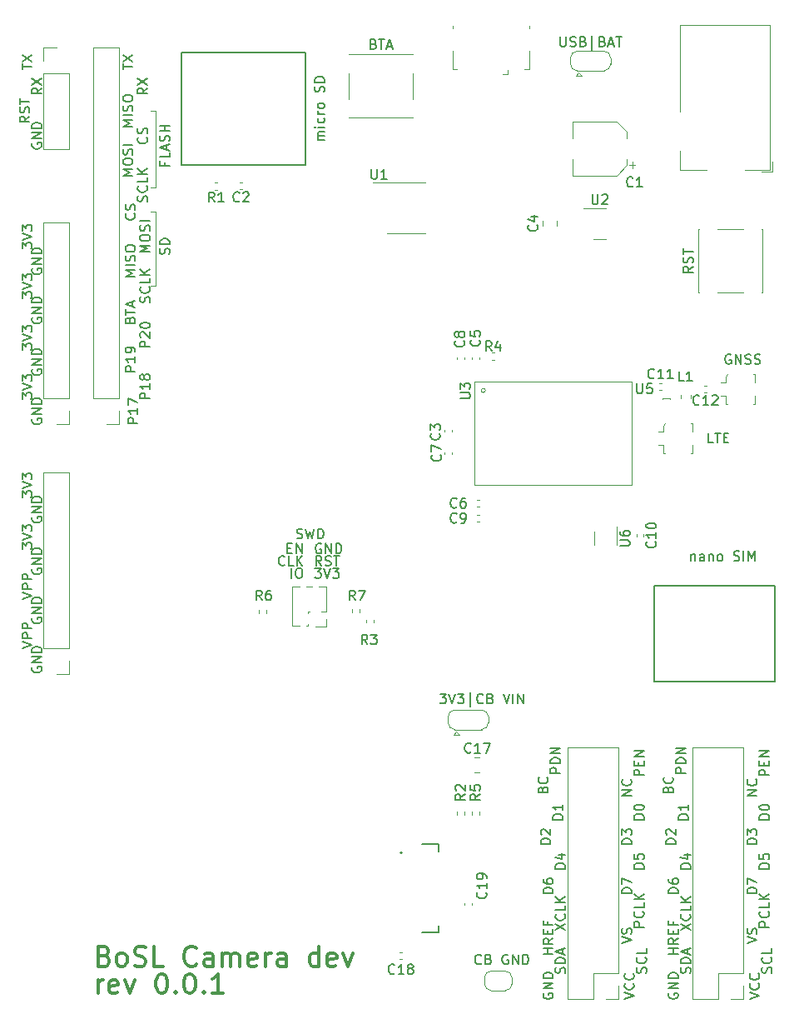
<source format=gbr>
G04 #@! TF.GenerationSoftware,KiCad,Pcbnew,(6.0.0)*
G04 #@! TF.CreationDate,2022-11-06T22:14:04+11:00*
G04 #@! TF.ProjectId,nRF_dev,6e52465f-6465-4762-9e6b-696361645f70,0.0.1*
G04 #@! TF.SameCoordinates,Original*
G04 #@! TF.FileFunction,Legend,Top*
G04 #@! TF.FilePolarity,Positive*
%FSLAX46Y46*%
G04 Gerber Fmt 4.6, Leading zero omitted, Abs format (unit mm)*
G04 Created by KiCad (PCBNEW (6.0.0)) date 2022-11-06 22:14:04*
%MOMM*%
%LPD*%
G01*
G04 APERTURE LIST*
%ADD10C,0.300000*%
%ADD11C,0.150000*%
%ADD12C,0.120000*%
%ADD13C,0.127000*%
%ADD14C,0.200000*%
G04 APERTURE END LIST*
D10*
X47421190Y-168404761D02*
X47421190Y-167071428D01*
X47421190Y-167452380D02*
X47516428Y-167261904D01*
X47611666Y-167166666D01*
X47802142Y-167071428D01*
X47992619Y-167071428D01*
X49421190Y-168309523D02*
X49230714Y-168404761D01*
X48849761Y-168404761D01*
X48659285Y-168309523D01*
X48564047Y-168119047D01*
X48564047Y-167357142D01*
X48659285Y-167166666D01*
X48849761Y-167071428D01*
X49230714Y-167071428D01*
X49421190Y-167166666D01*
X49516428Y-167357142D01*
X49516428Y-167547619D01*
X48564047Y-167738095D01*
X50183095Y-167071428D02*
X50659285Y-168404761D01*
X51135476Y-167071428D01*
X53802142Y-166404761D02*
X53992619Y-166404761D01*
X54183095Y-166500000D01*
X54278333Y-166595238D01*
X54373571Y-166785714D01*
X54468809Y-167166666D01*
X54468809Y-167642857D01*
X54373571Y-168023809D01*
X54278333Y-168214285D01*
X54183095Y-168309523D01*
X53992619Y-168404761D01*
X53802142Y-168404761D01*
X53611666Y-168309523D01*
X53516428Y-168214285D01*
X53421190Y-168023809D01*
X53325952Y-167642857D01*
X53325952Y-167166666D01*
X53421190Y-166785714D01*
X53516428Y-166595238D01*
X53611666Y-166500000D01*
X53802142Y-166404761D01*
X55325952Y-168214285D02*
X55421190Y-168309523D01*
X55325952Y-168404761D01*
X55230714Y-168309523D01*
X55325952Y-168214285D01*
X55325952Y-168404761D01*
X56659285Y-166404761D02*
X56849761Y-166404761D01*
X57040238Y-166500000D01*
X57135476Y-166595238D01*
X57230714Y-166785714D01*
X57325952Y-167166666D01*
X57325952Y-167642857D01*
X57230714Y-168023809D01*
X57135476Y-168214285D01*
X57040238Y-168309523D01*
X56849761Y-168404761D01*
X56659285Y-168404761D01*
X56468809Y-168309523D01*
X56373571Y-168214285D01*
X56278333Y-168023809D01*
X56183095Y-167642857D01*
X56183095Y-167166666D01*
X56278333Y-166785714D01*
X56373571Y-166595238D01*
X56468809Y-166500000D01*
X56659285Y-166404761D01*
X58183095Y-168214285D02*
X58278333Y-168309523D01*
X58183095Y-168404761D01*
X58087857Y-168309523D01*
X58183095Y-168214285D01*
X58183095Y-168404761D01*
X60183095Y-168404761D02*
X59040238Y-168404761D01*
X59611666Y-168404761D02*
X59611666Y-166404761D01*
X59421190Y-166690476D01*
X59230714Y-166880952D01*
X59040238Y-166976190D01*
X48087857Y-164607142D02*
X48373571Y-164702380D01*
X48468809Y-164797619D01*
X48564047Y-164988095D01*
X48564047Y-165273809D01*
X48468809Y-165464285D01*
X48373571Y-165559523D01*
X48183095Y-165654761D01*
X47421190Y-165654761D01*
X47421190Y-163654761D01*
X48087857Y-163654761D01*
X48278333Y-163750000D01*
X48373571Y-163845238D01*
X48468809Y-164035714D01*
X48468809Y-164226190D01*
X48373571Y-164416666D01*
X48278333Y-164511904D01*
X48087857Y-164607142D01*
X47421190Y-164607142D01*
X49706904Y-165654761D02*
X49516428Y-165559523D01*
X49421190Y-165464285D01*
X49325952Y-165273809D01*
X49325952Y-164702380D01*
X49421190Y-164511904D01*
X49516428Y-164416666D01*
X49706904Y-164321428D01*
X49992619Y-164321428D01*
X50183095Y-164416666D01*
X50278333Y-164511904D01*
X50373571Y-164702380D01*
X50373571Y-165273809D01*
X50278333Y-165464285D01*
X50183095Y-165559523D01*
X49992619Y-165654761D01*
X49706904Y-165654761D01*
X51135476Y-165559523D02*
X51421190Y-165654761D01*
X51897380Y-165654761D01*
X52087857Y-165559523D01*
X52183095Y-165464285D01*
X52278333Y-165273809D01*
X52278333Y-165083333D01*
X52183095Y-164892857D01*
X52087857Y-164797619D01*
X51897380Y-164702380D01*
X51516428Y-164607142D01*
X51325952Y-164511904D01*
X51230714Y-164416666D01*
X51135476Y-164226190D01*
X51135476Y-164035714D01*
X51230714Y-163845238D01*
X51325952Y-163750000D01*
X51516428Y-163654761D01*
X51992619Y-163654761D01*
X52278333Y-163750000D01*
X54087857Y-165654761D02*
X53135476Y-165654761D01*
X53135476Y-163654761D01*
X57421190Y-165464285D02*
X57325952Y-165559523D01*
X57040238Y-165654761D01*
X56849761Y-165654761D01*
X56564047Y-165559523D01*
X56373571Y-165369047D01*
X56278333Y-165178571D01*
X56183095Y-164797619D01*
X56183095Y-164511904D01*
X56278333Y-164130952D01*
X56373571Y-163940476D01*
X56564047Y-163750000D01*
X56849761Y-163654761D01*
X57040238Y-163654761D01*
X57325952Y-163750000D01*
X57421190Y-163845238D01*
X59135476Y-165654761D02*
X59135476Y-164607142D01*
X59040238Y-164416666D01*
X58849761Y-164321428D01*
X58468809Y-164321428D01*
X58278333Y-164416666D01*
X59135476Y-165559523D02*
X58945000Y-165654761D01*
X58468809Y-165654761D01*
X58278333Y-165559523D01*
X58183095Y-165369047D01*
X58183095Y-165178571D01*
X58278333Y-164988095D01*
X58468809Y-164892857D01*
X58945000Y-164892857D01*
X59135476Y-164797619D01*
X60087857Y-165654761D02*
X60087857Y-164321428D01*
X60087857Y-164511904D02*
X60183095Y-164416666D01*
X60373571Y-164321428D01*
X60659285Y-164321428D01*
X60849761Y-164416666D01*
X60945000Y-164607142D01*
X60945000Y-165654761D01*
X60945000Y-164607142D02*
X61040238Y-164416666D01*
X61230714Y-164321428D01*
X61516428Y-164321428D01*
X61706904Y-164416666D01*
X61802142Y-164607142D01*
X61802142Y-165654761D01*
X63516428Y-165559523D02*
X63325952Y-165654761D01*
X62945000Y-165654761D01*
X62754523Y-165559523D01*
X62659285Y-165369047D01*
X62659285Y-164607142D01*
X62754523Y-164416666D01*
X62945000Y-164321428D01*
X63325952Y-164321428D01*
X63516428Y-164416666D01*
X63611666Y-164607142D01*
X63611666Y-164797619D01*
X62659285Y-164988095D01*
X64468809Y-165654761D02*
X64468809Y-164321428D01*
X64468809Y-164702380D02*
X64564047Y-164511904D01*
X64659285Y-164416666D01*
X64849761Y-164321428D01*
X65040238Y-164321428D01*
X66564047Y-165654761D02*
X66564047Y-164607142D01*
X66468809Y-164416666D01*
X66278333Y-164321428D01*
X65897380Y-164321428D01*
X65706904Y-164416666D01*
X66564047Y-165559523D02*
X66373571Y-165654761D01*
X65897380Y-165654761D01*
X65706904Y-165559523D01*
X65611666Y-165369047D01*
X65611666Y-165178571D01*
X65706904Y-164988095D01*
X65897380Y-164892857D01*
X66373571Y-164892857D01*
X66564047Y-164797619D01*
X69897380Y-165654761D02*
X69897380Y-163654761D01*
X69897380Y-165559523D02*
X69706904Y-165654761D01*
X69325952Y-165654761D01*
X69135476Y-165559523D01*
X69040238Y-165464285D01*
X68945000Y-165273809D01*
X68945000Y-164702380D01*
X69040238Y-164511904D01*
X69135476Y-164416666D01*
X69325952Y-164321428D01*
X69706904Y-164321428D01*
X69897380Y-164416666D01*
X71611666Y-165559523D02*
X71421190Y-165654761D01*
X71040238Y-165654761D01*
X70849761Y-165559523D01*
X70754523Y-165369047D01*
X70754523Y-164607142D01*
X70849761Y-164416666D01*
X71040238Y-164321428D01*
X71421190Y-164321428D01*
X71611666Y-164416666D01*
X71706904Y-164607142D01*
X71706904Y-164797619D01*
X70754523Y-164988095D01*
X72373571Y-164321428D02*
X72849761Y-165654761D01*
X73325952Y-164321428D01*
D11*
X102952380Y-146238095D02*
X101952380Y-146238095D01*
X101952380Y-145857142D01*
X102000000Y-145761904D01*
X102047619Y-145714285D01*
X102142857Y-145666666D01*
X102285714Y-145666666D01*
X102380952Y-145714285D01*
X102428571Y-145761904D01*
X102476190Y-145857142D01*
X102476190Y-146238095D01*
X102428571Y-145238095D02*
X102428571Y-144904761D01*
X102952380Y-144761904D02*
X102952380Y-145238095D01*
X101952380Y-145238095D01*
X101952380Y-144761904D01*
X102952380Y-144333333D02*
X101952380Y-144333333D01*
X102952380Y-143761904D01*
X101952380Y-143761904D01*
X101702380Y-153238095D02*
X100702380Y-153238095D01*
X100702380Y-153000000D01*
X100750000Y-152857142D01*
X100845238Y-152761904D01*
X100940476Y-152714285D01*
X101130952Y-152666666D01*
X101273809Y-152666666D01*
X101464285Y-152714285D01*
X101559523Y-152761904D01*
X101654761Y-152857142D01*
X101702380Y-153000000D01*
X101702380Y-153238095D01*
X100702380Y-152333333D02*
X100702380Y-151714285D01*
X101083333Y-152047619D01*
X101083333Y-151904761D01*
X101130952Y-151809523D01*
X101178571Y-151761904D01*
X101273809Y-151714285D01*
X101511904Y-151714285D01*
X101607142Y-151761904D01*
X101654761Y-151809523D01*
X101702380Y-151904761D01*
X101702380Y-152190476D01*
X101654761Y-152285714D01*
X101607142Y-152333333D01*
X102952380Y-150738095D02*
X101952380Y-150738095D01*
X101952380Y-150500000D01*
X102000000Y-150357142D01*
X102095238Y-150261904D01*
X102190476Y-150214285D01*
X102380952Y-150166666D01*
X102523809Y-150166666D01*
X102714285Y-150214285D01*
X102809523Y-150261904D01*
X102904761Y-150357142D01*
X102952380Y-150500000D01*
X102952380Y-150738095D01*
X101952380Y-149547619D02*
X101952380Y-149452380D01*
X102000000Y-149357142D01*
X102047619Y-149309523D01*
X102142857Y-149261904D01*
X102333333Y-149214285D01*
X102571428Y-149214285D01*
X102761904Y-149261904D01*
X102857142Y-149309523D01*
X102904761Y-149357142D01*
X102952380Y-149452380D01*
X102952380Y-149547619D01*
X102904761Y-149642857D01*
X102857142Y-149690476D01*
X102761904Y-149738095D01*
X102571428Y-149785714D01*
X102333333Y-149785714D01*
X102142857Y-149738095D01*
X102047619Y-149690476D01*
X102000000Y-149642857D01*
X101952380Y-149547619D01*
X101702380Y-148285714D02*
X100702380Y-148285714D01*
X101702380Y-147714285D01*
X100702380Y-147714285D01*
X101607142Y-146666666D02*
X101654761Y-146714285D01*
X101702380Y-146857142D01*
X101702380Y-146952380D01*
X101654761Y-147095238D01*
X101559523Y-147190476D01*
X101464285Y-147238095D01*
X101273809Y-147285714D01*
X101130952Y-147285714D01*
X100940476Y-147238095D01*
X100845238Y-147190476D01*
X100750000Y-147095238D01*
X100702380Y-146952380D01*
X100702380Y-146857142D01*
X100750000Y-146714285D01*
X100797619Y-146666666D01*
X103154761Y-166325476D02*
X103202380Y-166182619D01*
X103202380Y-165944523D01*
X103154761Y-165849285D01*
X103107142Y-165801666D01*
X103011904Y-165754047D01*
X102916666Y-165754047D01*
X102821428Y-165801666D01*
X102773809Y-165849285D01*
X102726190Y-165944523D01*
X102678571Y-166135000D01*
X102630952Y-166230238D01*
X102583333Y-166277857D01*
X102488095Y-166325476D01*
X102392857Y-166325476D01*
X102297619Y-166277857D01*
X102250000Y-166230238D01*
X102202380Y-166135000D01*
X102202380Y-165896904D01*
X102250000Y-165754047D01*
X103107142Y-164754047D02*
X103154761Y-164801666D01*
X103202380Y-164944523D01*
X103202380Y-165039761D01*
X103154761Y-165182619D01*
X103059523Y-165277857D01*
X102964285Y-165325476D01*
X102773809Y-165373095D01*
X102630952Y-165373095D01*
X102440476Y-165325476D01*
X102345238Y-165277857D01*
X102250000Y-165182619D01*
X102202380Y-165039761D01*
X102202380Y-164944523D01*
X102250000Y-164801666D01*
X102297619Y-164754047D01*
X103202380Y-163849285D02*
X103202380Y-164325476D01*
X102202380Y-164325476D01*
X94702380Y-150738095D02*
X93702380Y-150738095D01*
X93702380Y-150500000D01*
X93750000Y-150357142D01*
X93845238Y-150261904D01*
X93940476Y-150214285D01*
X94130952Y-150166666D01*
X94273809Y-150166666D01*
X94464285Y-150214285D01*
X94559523Y-150261904D01*
X94654761Y-150357142D01*
X94702380Y-150500000D01*
X94702380Y-150738095D01*
X94702380Y-149214285D02*
X94702380Y-149785714D01*
X94702380Y-149500000D02*
X93702380Y-149500000D01*
X93845238Y-149595238D01*
X93940476Y-149690476D01*
X93988095Y-149785714D01*
X93952380Y-161988095D02*
X94952380Y-161321428D01*
X93952380Y-161321428D02*
X94952380Y-161988095D01*
X94857142Y-160369047D02*
X94904761Y-160416666D01*
X94952380Y-160559523D01*
X94952380Y-160654761D01*
X94904761Y-160797619D01*
X94809523Y-160892857D01*
X94714285Y-160940476D01*
X94523809Y-160988095D01*
X94380952Y-160988095D01*
X94190476Y-160940476D01*
X94095238Y-160892857D01*
X94000000Y-160797619D01*
X93952380Y-160654761D01*
X93952380Y-160559523D01*
X94000000Y-160416666D01*
X94047619Y-160369047D01*
X94952380Y-159464285D02*
X94952380Y-159940476D01*
X93952380Y-159940476D01*
X94952380Y-159130952D02*
X93952380Y-159130952D01*
X94952380Y-158559523D02*
X94380952Y-158988095D01*
X93952380Y-158559523D02*
X94523809Y-159130952D01*
X101702380Y-158238095D02*
X100702380Y-158238095D01*
X100702380Y-158000000D01*
X100750000Y-157857142D01*
X100845238Y-157761904D01*
X100940476Y-157714285D01*
X101130952Y-157666666D01*
X101273809Y-157666666D01*
X101464285Y-157714285D01*
X101559523Y-157761904D01*
X101654761Y-157857142D01*
X101702380Y-158000000D01*
X101702380Y-158238095D01*
X100702380Y-157333333D02*
X100702380Y-156666666D01*
X101702380Y-157095238D01*
X92678571Y-147678571D02*
X92726190Y-147535714D01*
X92773809Y-147488095D01*
X92869047Y-147440476D01*
X93011904Y-147440476D01*
X93107142Y-147488095D01*
X93154761Y-147535714D01*
X93202380Y-147630952D01*
X93202380Y-148011904D01*
X92202380Y-148011904D01*
X92202380Y-147678571D01*
X92250000Y-147583333D01*
X92297619Y-147535714D01*
X92392857Y-147488095D01*
X92488095Y-147488095D01*
X92583333Y-147535714D01*
X92630952Y-147583333D01*
X92678571Y-147678571D01*
X92678571Y-148011904D01*
X93107142Y-146440476D02*
X93154761Y-146488095D01*
X93202380Y-146630952D01*
X93202380Y-146726190D01*
X93154761Y-146869047D01*
X93059523Y-146964285D01*
X92964285Y-147011904D01*
X92773809Y-147059523D01*
X92630952Y-147059523D01*
X92440476Y-147011904D01*
X92345238Y-146964285D01*
X92250000Y-146869047D01*
X92202380Y-146726190D01*
X92202380Y-146630952D01*
X92250000Y-146488095D01*
X92297619Y-146440476D01*
X93452380Y-153238095D02*
X92452380Y-153238095D01*
X92452380Y-153000000D01*
X92500000Y-152857142D01*
X92595238Y-152761904D01*
X92690476Y-152714285D01*
X92880952Y-152666666D01*
X93023809Y-152666666D01*
X93214285Y-152714285D01*
X93309523Y-152761904D01*
X93404761Y-152857142D01*
X93452380Y-153000000D01*
X93452380Y-153238095D01*
X92547619Y-152285714D02*
X92500000Y-152238095D01*
X92452380Y-152142857D01*
X92452380Y-151904761D01*
X92500000Y-151809523D01*
X92547619Y-151761904D01*
X92642857Y-151714285D01*
X92738095Y-151714285D01*
X92880952Y-151761904D01*
X93452380Y-152333333D01*
X93452380Y-151714285D01*
X100952380Y-168968333D02*
X101952380Y-168635000D01*
X100952380Y-168301666D01*
X101857142Y-167396904D02*
X101904761Y-167444523D01*
X101952380Y-167587380D01*
X101952380Y-167682619D01*
X101904761Y-167825476D01*
X101809523Y-167920714D01*
X101714285Y-167968333D01*
X101523809Y-168015952D01*
X101380952Y-168015952D01*
X101190476Y-167968333D01*
X101095238Y-167920714D01*
X101000000Y-167825476D01*
X100952380Y-167682619D01*
X100952380Y-167587380D01*
X101000000Y-167444523D01*
X101047619Y-167396904D01*
X101857142Y-166396904D02*
X101904761Y-166444523D01*
X101952380Y-166587380D01*
X101952380Y-166682619D01*
X101904761Y-166825476D01*
X101809523Y-166920714D01*
X101714285Y-166968333D01*
X101523809Y-167015952D01*
X101380952Y-167015952D01*
X101190476Y-166968333D01*
X101095238Y-166920714D01*
X101000000Y-166825476D01*
X100952380Y-166682619D01*
X100952380Y-166587380D01*
X101000000Y-166444523D01*
X101047619Y-166396904D01*
X94452380Y-146035714D02*
X93452380Y-146035714D01*
X93452380Y-145654761D01*
X93500000Y-145559523D01*
X93547619Y-145511904D01*
X93642857Y-145464285D01*
X93785714Y-145464285D01*
X93880952Y-145511904D01*
X93928571Y-145559523D01*
X93976190Y-145654761D01*
X93976190Y-146035714D01*
X94452380Y-145035714D02*
X93452380Y-145035714D01*
X93452380Y-144797619D01*
X93500000Y-144654761D01*
X93595238Y-144559523D01*
X93690476Y-144511904D01*
X93880952Y-144464285D01*
X94023809Y-144464285D01*
X94214285Y-144511904D01*
X94309523Y-144559523D01*
X94404761Y-144654761D01*
X94452380Y-144797619D01*
X94452380Y-145035714D01*
X94452380Y-144035714D02*
X93452380Y-144035714D01*
X94452380Y-143464285D01*
X93452380Y-143464285D01*
X102952380Y-155738095D02*
X101952380Y-155738095D01*
X101952380Y-155500000D01*
X102000000Y-155357142D01*
X102095238Y-155261904D01*
X102190476Y-155214285D01*
X102380952Y-155166666D01*
X102523809Y-155166666D01*
X102714285Y-155214285D01*
X102809523Y-155261904D01*
X102904761Y-155357142D01*
X102952380Y-155500000D01*
X102952380Y-155738095D01*
X101952380Y-154261904D02*
X101952380Y-154738095D01*
X102428571Y-154785714D01*
X102380952Y-154738095D01*
X102333333Y-154642857D01*
X102333333Y-154404761D01*
X102380952Y-154309523D01*
X102428571Y-154261904D01*
X102523809Y-154214285D01*
X102761904Y-154214285D01*
X102857142Y-154261904D01*
X102904761Y-154309523D01*
X102952380Y-154404761D01*
X102952380Y-154642857D01*
X102904761Y-154738095D01*
X102857142Y-154785714D01*
X102952380Y-161666666D02*
X101952380Y-161666666D01*
X101952380Y-161285714D01*
X102000000Y-161190476D01*
X102047619Y-161142857D01*
X102142857Y-161095238D01*
X102285714Y-161095238D01*
X102380952Y-161142857D01*
X102428571Y-161190476D01*
X102476190Y-161285714D01*
X102476190Y-161666666D01*
X102857142Y-160095238D02*
X102904761Y-160142857D01*
X102952380Y-160285714D01*
X102952380Y-160380952D01*
X102904761Y-160523809D01*
X102809523Y-160619047D01*
X102714285Y-160666666D01*
X102523809Y-160714285D01*
X102380952Y-160714285D01*
X102190476Y-160666666D01*
X102095238Y-160619047D01*
X102000000Y-160523809D01*
X101952380Y-160380952D01*
X101952380Y-160285714D01*
X102000000Y-160142857D01*
X102047619Y-160095238D01*
X102952380Y-159190476D02*
X102952380Y-159666666D01*
X101952380Y-159666666D01*
X102952380Y-158857142D02*
X101952380Y-158857142D01*
X102952380Y-158285714D02*
X102380952Y-158714285D01*
X101952380Y-158285714D02*
X102523809Y-158857142D01*
X100702380Y-163309523D02*
X101702380Y-162976190D01*
X100702380Y-162642857D01*
X101654761Y-162357142D02*
X101702380Y-162214285D01*
X101702380Y-161976190D01*
X101654761Y-161880952D01*
X101607142Y-161833333D01*
X101511904Y-161785714D01*
X101416666Y-161785714D01*
X101321428Y-161833333D01*
X101273809Y-161880952D01*
X101226190Y-161976190D01*
X101178571Y-162166666D01*
X101130952Y-162261904D01*
X101083333Y-162309523D01*
X100988095Y-162357142D01*
X100892857Y-162357142D01*
X100797619Y-162309523D01*
X100750000Y-162261904D01*
X100702380Y-162166666D01*
X100702380Y-161928571D01*
X100750000Y-161785714D01*
X92750000Y-168396904D02*
X92702380Y-168492142D01*
X92702380Y-168635000D01*
X92750000Y-168777857D01*
X92845238Y-168873095D01*
X92940476Y-168920714D01*
X93130952Y-168968333D01*
X93273809Y-168968333D01*
X93464285Y-168920714D01*
X93559523Y-168873095D01*
X93654761Y-168777857D01*
X93702380Y-168635000D01*
X93702380Y-168539761D01*
X93654761Y-168396904D01*
X93607142Y-168349285D01*
X93273809Y-168349285D01*
X93273809Y-168539761D01*
X93702380Y-167920714D02*
X92702380Y-167920714D01*
X93702380Y-167349285D01*
X92702380Y-167349285D01*
X93702380Y-166873095D02*
X92702380Y-166873095D01*
X92702380Y-166635000D01*
X92750000Y-166492142D01*
X92845238Y-166396904D01*
X92940476Y-166349285D01*
X93130952Y-166301666D01*
X93273809Y-166301666D01*
X93464285Y-166349285D01*
X93559523Y-166396904D01*
X93654761Y-166492142D01*
X93702380Y-166635000D01*
X93702380Y-166873095D01*
X93702380Y-158238095D02*
X92702380Y-158238095D01*
X92702380Y-158000000D01*
X92750000Y-157857142D01*
X92845238Y-157761904D01*
X92940476Y-157714285D01*
X93130952Y-157666666D01*
X93273809Y-157666666D01*
X93464285Y-157714285D01*
X93559523Y-157761904D01*
X93654761Y-157857142D01*
X93702380Y-158000000D01*
X93702380Y-158238095D01*
X92702380Y-156809523D02*
X92702380Y-157000000D01*
X92750000Y-157095238D01*
X92797619Y-157142857D01*
X92940476Y-157238095D01*
X93130952Y-157285714D01*
X93511904Y-157285714D01*
X93607142Y-157238095D01*
X93654761Y-157190476D01*
X93702380Y-157095238D01*
X93702380Y-156904761D01*
X93654761Y-156809523D01*
X93607142Y-156761904D01*
X93511904Y-156714285D01*
X93273809Y-156714285D01*
X93178571Y-156761904D01*
X93130952Y-156809523D01*
X93083333Y-156904761D01*
X93083333Y-157095238D01*
X93130952Y-157190476D01*
X93178571Y-157238095D01*
X93273809Y-157285714D01*
X94904761Y-166349285D02*
X94952380Y-166206428D01*
X94952380Y-165968333D01*
X94904761Y-165873095D01*
X94857142Y-165825476D01*
X94761904Y-165777857D01*
X94666666Y-165777857D01*
X94571428Y-165825476D01*
X94523809Y-165873095D01*
X94476190Y-165968333D01*
X94428571Y-166158809D01*
X94380952Y-166254047D01*
X94333333Y-166301666D01*
X94238095Y-166349285D01*
X94142857Y-166349285D01*
X94047619Y-166301666D01*
X94000000Y-166254047D01*
X93952380Y-166158809D01*
X93952380Y-165920714D01*
X94000000Y-165777857D01*
X94952380Y-165349285D02*
X93952380Y-165349285D01*
X93952380Y-165111190D01*
X94000000Y-164968333D01*
X94095238Y-164873095D01*
X94190476Y-164825476D01*
X94380952Y-164777857D01*
X94523809Y-164777857D01*
X94714285Y-164825476D01*
X94809523Y-164873095D01*
X94904761Y-164968333D01*
X94952380Y-165111190D01*
X94952380Y-165349285D01*
X94666666Y-164396904D02*
X94666666Y-163920714D01*
X94952380Y-164492142D02*
X93952380Y-164158809D01*
X94952380Y-163825476D01*
X93702380Y-164416666D02*
X92702380Y-164416666D01*
X93178571Y-164416666D02*
X93178571Y-163845238D01*
X93702380Y-163845238D02*
X92702380Y-163845238D01*
X93702380Y-162797619D02*
X93226190Y-163130952D01*
X93702380Y-163369047D02*
X92702380Y-163369047D01*
X92702380Y-162988095D01*
X92750000Y-162892857D01*
X92797619Y-162845238D01*
X92892857Y-162797619D01*
X93035714Y-162797619D01*
X93130952Y-162845238D01*
X93178571Y-162892857D01*
X93226190Y-162988095D01*
X93226190Y-163369047D01*
X93178571Y-162369047D02*
X93178571Y-162035714D01*
X93702380Y-161892857D02*
X93702380Y-162369047D01*
X92702380Y-162369047D01*
X92702380Y-161892857D01*
X93178571Y-161130952D02*
X93178571Y-161464285D01*
X93702380Y-161464285D02*
X92702380Y-161464285D01*
X92702380Y-160988095D01*
X94952380Y-155738095D02*
X93952380Y-155738095D01*
X93952380Y-155500000D01*
X94000000Y-155357142D01*
X94095238Y-155261904D01*
X94190476Y-155214285D01*
X94380952Y-155166666D01*
X94523809Y-155166666D01*
X94714285Y-155214285D01*
X94809523Y-155261904D01*
X94904761Y-155357142D01*
X94952380Y-155500000D01*
X94952380Y-155738095D01*
X94285714Y-154309523D02*
X94952380Y-154309523D01*
X93904761Y-154547619D02*
X94619047Y-154785714D01*
X94619047Y-154166666D01*
X114452380Y-148285714D02*
X113452380Y-148285714D01*
X114452380Y-147714285D01*
X113452380Y-147714285D01*
X114357142Y-146666666D02*
X114404761Y-146714285D01*
X114452380Y-146857142D01*
X114452380Y-146952380D01*
X114404761Y-147095238D01*
X114309523Y-147190476D01*
X114214285Y-147238095D01*
X114023809Y-147285714D01*
X113880952Y-147285714D01*
X113690476Y-147238095D01*
X113595238Y-147190476D01*
X113500000Y-147095238D01*
X113452380Y-146952380D01*
X113452380Y-146857142D01*
X113500000Y-146714285D01*
X113547619Y-146666666D01*
X115702380Y-146238095D02*
X114702380Y-146238095D01*
X114702380Y-145857142D01*
X114750000Y-145761904D01*
X114797619Y-145714285D01*
X114892857Y-145666666D01*
X115035714Y-145666666D01*
X115130952Y-145714285D01*
X115178571Y-145761904D01*
X115226190Y-145857142D01*
X115226190Y-146238095D01*
X115178571Y-145238095D02*
X115178571Y-144904761D01*
X115702380Y-144761904D02*
X115702380Y-145238095D01*
X114702380Y-145238095D01*
X114702380Y-144761904D01*
X115702380Y-144333333D02*
X114702380Y-144333333D01*
X115702380Y-143761904D01*
X114702380Y-143761904D01*
X114452380Y-153238095D02*
X113452380Y-153238095D01*
X113452380Y-153000000D01*
X113500000Y-152857142D01*
X113595238Y-152761904D01*
X113690476Y-152714285D01*
X113880952Y-152666666D01*
X114023809Y-152666666D01*
X114214285Y-152714285D01*
X114309523Y-152761904D01*
X114404761Y-152857142D01*
X114452380Y-153000000D01*
X114452380Y-153238095D01*
X113452380Y-152333333D02*
X113452380Y-151714285D01*
X113833333Y-152047619D01*
X113833333Y-151904761D01*
X113880952Y-151809523D01*
X113928571Y-151761904D01*
X114023809Y-151714285D01*
X114261904Y-151714285D01*
X114357142Y-151761904D01*
X114404761Y-151809523D01*
X114452380Y-151904761D01*
X114452380Y-152190476D01*
X114404761Y-152285714D01*
X114357142Y-152333333D01*
X115702380Y-150738095D02*
X114702380Y-150738095D01*
X114702380Y-150500000D01*
X114750000Y-150357142D01*
X114845238Y-150261904D01*
X114940476Y-150214285D01*
X115130952Y-150166666D01*
X115273809Y-150166666D01*
X115464285Y-150214285D01*
X115559523Y-150261904D01*
X115654761Y-150357142D01*
X115702380Y-150500000D01*
X115702380Y-150738095D01*
X114702380Y-149547619D02*
X114702380Y-149452380D01*
X114750000Y-149357142D01*
X114797619Y-149309523D01*
X114892857Y-149261904D01*
X115083333Y-149214285D01*
X115321428Y-149214285D01*
X115511904Y-149261904D01*
X115607142Y-149309523D01*
X115654761Y-149357142D01*
X115702380Y-149452380D01*
X115702380Y-149547619D01*
X115654761Y-149642857D01*
X115607142Y-149690476D01*
X115511904Y-149738095D01*
X115321428Y-149785714D01*
X115083333Y-149785714D01*
X114892857Y-149738095D01*
X114797619Y-149690476D01*
X114750000Y-149642857D01*
X114702380Y-149547619D01*
X115702380Y-155738095D02*
X114702380Y-155738095D01*
X114702380Y-155500000D01*
X114750000Y-155357142D01*
X114845238Y-155261904D01*
X114940476Y-155214285D01*
X115130952Y-155166666D01*
X115273809Y-155166666D01*
X115464285Y-155214285D01*
X115559523Y-155261904D01*
X115654761Y-155357142D01*
X115702380Y-155500000D01*
X115702380Y-155738095D01*
X114702380Y-154261904D02*
X114702380Y-154738095D01*
X115178571Y-154785714D01*
X115130952Y-154738095D01*
X115083333Y-154642857D01*
X115083333Y-154404761D01*
X115130952Y-154309523D01*
X115178571Y-154261904D01*
X115273809Y-154214285D01*
X115511904Y-154214285D01*
X115607142Y-154261904D01*
X115654761Y-154309523D01*
X115702380Y-154404761D01*
X115702380Y-154642857D01*
X115654761Y-154738095D01*
X115607142Y-154785714D01*
X114452380Y-158238095D02*
X113452380Y-158238095D01*
X113452380Y-158000000D01*
X113500000Y-157857142D01*
X113595238Y-157761904D01*
X113690476Y-157714285D01*
X113880952Y-157666666D01*
X114023809Y-157666666D01*
X114214285Y-157714285D01*
X114309523Y-157761904D01*
X114404761Y-157857142D01*
X114452380Y-158000000D01*
X114452380Y-158238095D01*
X113452380Y-157333333D02*
X113452380Y-156666666D01*
X114452380Y-157095238D01*
X115702380Y-161666666D02*
X114702380Y-161666666D01*
X114702380Y-161285714D01*
X114750000Y-161190476D01*
X114797619Y-161142857D01*
X114892857Y-161095238D01*
X115035714Y-161095238D01*
X115130952Y-161142857D01*
X115178571Y-161190476D01*
X115226190Y-161285714D01*
X115226190Y-161666666D01*
X115607142Y-160095238D02*
X115654761Y-160142857D01*
X115702380Y-160285714D01*
X115702380Y-160380952D01*
X115654761Y-160523809D01*
X115559523Y-160619047D01*
X115464285Y-160666666D01*
X115273809Y-160714285D01*
X115130952Y-160714285D01*
X114940476Y-160666666D01*
X114845238Y-160619047D01*
X114750000Y-160523809D01*
X114702380Y-160380952D01*
X114702380Y-160285714D01*
X114750000Y-160142857D01*
X114797619Y-160095238D01*
X115702380Y-159190476D02*
X115702380Y-159666666D01*
X114702380Y-159666666D01*
X115702380Y-158857142D02*
X114702380Y-158857142D01*
X115702380Y-158285714D02*
X115130952Y-158714285D01*
X114702380Y-158285714D02*
X115273809Y-158857142D01*
X113452380Y-163309523D02*
X114452380Y-162976190D01*
X113452380Y-162642857D01*
X114404761Y-162357142D02*
X114452380Y-162214285D01*
X114452380Y-161976190D01*
X114404761Y-161880952D01*
X114357142Y-161833333D01*
X114261904Y-161785714D01*
X114166666Y-161785714D01*
X114071428Y-161833333D01*
X114023809Y-161880952D01*
X113976190Y-161976190D01*
X113928571Y-162166666D01*
X113880952Y-162261904D01*
X113833333Y-162309523D01*
X113738095Y-162357142D01*
X113642857Y-162357142D01*
X113547619Y-162309523D01*
X113500000Y-162261904D01*
X113452380Y-162166666D01*
X113452380Y-161928571D01*
X113500000Y-161785714D01*
X107202380Y-146035714D02*
X106202380Y-146035714D01*
X106202380Y-145654761D01*
X106250000Y-145559523D01*
X106297619Y-145511904D01*
X106392857Y-145464285D01*
X106535714Y-145464285D01*
X106630952Y-145511904D01*
X106678571Y-145559523D01*
X106726190Y-145654761D01*
X106726190Y-146035714D01*
X107202380Y-145035714D02*
X106202380Y-145035714D01*
X106202380Y-144797619D01*
X106250000Y-144654761D01*
X106345238Y-144559523D01*
X106440476Y-144511904D01*
X106630952Y-144464285D01*
X106773809Y-144464285D01*
X106964285Y-144511904D01*
X107059523Y-144559523D01*
X107154761Y-144654761D01*
X107202380Y-144797619D01*
X107202380Y-145035714D01*
X107202380Y-144035714D02*
X106202380Y-144035714D01*
X107202380Y-143464285D01*
X106202380Y-143464285D01*
X105428571Y-147678571D02*
X105476190Y-147535714D01*
X105523809Y-147488095D01*
X105619047Y-147440476D01*
X105761904Y-147440476D01*
X105857142Y-147488095D01*
X105904761Y-147535714D01*
X105952380Y-147630952D01*
X105952380Y-148011904D01*
X104952380Y-148011904D01*
X104952380Y-147678571D01*
X105000000Y-147583333D01*
X105047619Y-147535714D01*
X105142857Y-147488095D01*
X105238095Y-147488095D01*
X105333333Y-147535714D01*
X105380952Y-147583333D01*
X105428571Y-147678571D01*
X105428571Y-148011904D01*
X105857142Y-146440476D02*
X105904761Y-146488095D01*
X105952380Y-146630952D01*
X105952380Y-146726190D01*
X105904761Y-146869047D01*
X105809523Y-146964285D01*
X105714285Y-147011904D01*
X105523809Y-147059523D01*
X105380952Y-147059523D01*
X105190476Y-147011904D01*
X105095238Y-146964285D01*
X105000000Y-146869047D01*
X104952380Y-146726190D01*
X104952380Y-146630952D01*
X105000000Y-146488095D01*
X105047619Y-146440476D01*
X106202380Y-153238095D02*
X105202380Y-153238095D01*
X105202380Y-153000000D01*
X105250000Y-152857142D01*
X105345238Y-152761904D01*
X105440476Y-152714285D01*
X105630952Y-152666666D01*
X105773809Y-152666666D01*
X105964285Y-152714285D01*
X106059523Y-152761904D01*
X106154761Y-152857142D01*
X106202380Y-153000000D01*
X106202380Y-153238095D01*
X105297619Y-152285714D02*
X105250000Y-152238095D01*
X105202380Y-152142857D01*
X105202380Y-151904761D01*
X105250000Y-151809523D01*
X105297619Y-151761904D01*
X105392857Y-151714285D01*
X105488095Y-151714285D01*
X105630952Y-151761904D01*
X106202380Y-152333333D01*
X106202380Y-151714285D01*
X107452380Y-150738095D02*
X106452380Y-150738095D01*
X106452380Y-150500000D01*
X106500000Y-150357142D01*
X106595238Y-150261904D01*
X106690476Y-150214285D01*
X106880952Y-150166666D01*
X107023809Y-150166666D01*
X107214285Y-150214285D01*
X107309523Y-150261904D01*
X107404761Y-150357142D01*
X107452380Y-150500000D01*
X107452380Y-150738095D01*
X107452380Y-149214285D02*
X107452380Y-149785714D01*
X107452380Y-149500000D02*
X106452380Y-149500000D01*
X106595238Y-149595238D01*
X106690476Y-149690476D01*
X106738095Y-149785714D01*
X107702380Y-155738095D02*
X106702380Y-155738095D01*
X106702380Y-155500000D01*
X106750000Y-155357142D01*
X106845238Y-155261904D01*
X106940476Y-155214285D01*
X107130952Y-155166666D01*
X107273809Y-155166666D01*
X107464285Y-155214285D01*
X107559523Y-155261904D01*
X107654761Y-155357142D01*
X107702380Y-155500000D01*
X107702380Y-155738095D01*
X107035714Y-154309523D02*
X107702380Y-154309523D01*
X106654761Y-154547619D02*
X107369047Y-154785714D01*
X107369047Y-154166666D01*
X106452380Y-158238095D02*
X105452380Y-158238095D01*
X105452380Y-158000000D01*
X105500000Y-157857142D01*
X105595238Y-157761904D01*
X105690476Y-157714285D01*
X105880952Y-157666666D01*
X106023809Y-157666666D01*
X106214285Y-157714285D01*
X106309523Y-157761904D01*
X106404761Y-157857142D01*
X106452380Y-158000000D01*
X106452380Y-158238095D01*
X105452380Y-156809523D02*
X105452380Y-157000000D01*
X105500000Y-157095238D01*
X105547619Y-157142857D01*
X105690476Y-157238095D01*
X105880952Y-157285714D01*
X106261904Y-157285714D01*
X106357142Y-157238095D01*
X106404761Y-157190476D01*
X106452380Y-157095238D01*
X106452380Y-156904761D01*
X106404761Y-156809523D01*
X106357142Y-156761904D01*
X106261904Y-156714285D01*
X106023809Y-156714285D01*
X105928571Y-156761904D01*
X105880952Y-156809523D01*
X105833333Y-156904761D01*
X105833333Y-157095238D01*
X105880952Y-157190476D01*
X105928571Y-157238095D01*
X106023809Y-157285714D01*
X106452380Y-164416666D02*
X105452380Y-164416666D01*
X105928571Y-164416666D02*
X105928571Y-163845238D01*
X106452380Y-163845238D02*
X105452380Y-163845238D01*
X106452380Y-162797619D02*
X105976190Y-163130952D01*
X106452380Y-163369047D02*
X105452380Y-163369047D01*
X105452380Y-162988095D01*
X105500000Y-162892857D01*
X105547619Y-162845238D01*
X105642857Y-162797619D01*
X105785714Y-162797619D01*
X105880952Y-162845238D01*
X105928571Y-162892857D01*
X105976190Y-162988095D01*
X105976190Y-163369047D01*
X105928571Y-162369047D02*
X105928571Y-162035714D01*
X106452380Y-161892857D02*
X106452380Y-162369047D01*
X105452380Y-162369047D01*
X105452380Y-161892857D01*
X105928571Y-161130952D02*
X105928571Y-161464285D01*
X106452380Y-161464285D02*
X105452380Y-161464285D01*
X105452380Y-160988095D01*
X106702380Y-161988095D02*
X107702380Y-161321428D01*
X106702380Y-161321428D02*
X107702380Y-161988095D01*
X107607142Y-160369047D02*
X107654761Y-160416666D01*
X107702380Y-160559523D01*
X107702380Y-160654761D01*
X107654761Y-160797619D01*
X107559523Y-160892857D01*
X107464285Y-160940476D01*
X107273809Y-160988095D01*
X107130952Y-160988095D01*
X106940476Y-160940476D01*
X106845238Y-160892857D01*
X106750000Y-160797619D01*
X106702380Y-160654761D01*
X106702380Y-160559523D01*
X106750000Y-160416666D01*
X106797619Y-160369047D01*
X107702380Y-159464285D02*
X107702380Y-159940476D01*
X106702380Y-159940476D01*
X107702380Y-159130952D02*
X106702380Y-159130952D01*
X107702380Y-158559523D02*
X107130952Y-158988095D01*
X106702380Y-158559523D02*
X107273809Y-159130952D01*
X107654761Y-166349285D02*
X107702380Y-166206428D01*
X107702380Y-165968333D01*
X107654761Y-165873095D01*
X107607142Y-165825476D01*
X107511904Y-165777857D01*
X107416666Y-165777857D01*
X107321428Y-165825476D01*
X107273809Y-165873095D01*
X107226190Y-165968333D01*
X107178571Y-166158809D01*
X107130952Y-166254047D01*
X107083333Y-166301666D01*
X106988095Y-166349285D01*
X106892857Y-166349285D01*
X106797619Y-166301666D01*
X106750000Y-166254047D01*
X106702380Y-166158809D01*
X106702380Y-165920714D01*
X106750000Y-165777857D01*
X107702380Y-165349285D02*
X106702380Y-165349285D01*
X106702380Y-165111190D01*
X106750000Y-164968333D01*
X106845238Y-164873095D01*
X106940476Y-164825476D01*
X107130952Y-164777857D01*
X107273809Y-164777857D01*
X107464285Y-164825476D01*
X107559523Y-164873095D01*
X107654761Y-164968333D01*
X107702380Y-165111190D01*
X107702380Y-165349285D01*
X107416666Y-164396904D02*
X107416666Y-163920714D01*
X107702380Y-164492142D02*
X106702380Y-164158809D01*
X107702380Y-163825476D01*
X105500000Y-168396904D02*
X105452380Y-168492142D01*
X105452380Y-168635000D01*
X105500000Y-168777857D01*
X105595238Y-168873095D01*
X105690476Y-168920714D01*
X105880952Y-168968333D01*
X106023809Y-168968333D01*
X106214285Y-168920714D01*
X106309523Y-168873095D01*
X106404761Y-168777857D01*
X106452380Y-168635000D01*
X106452380Y-168539761D01*
X106404761Y-168396904D01*
X106357142Y-168349285D01*
X106023809Y-168349285D01*
X106023809Y-168539761D01*
X106452380Y-167920714D02*
X105452380Y-167920714D01*
X106452380Y-167349285D01*
X105452380Y-167349285D01*
X106452380Y-166873095D02*
X105452380Y-166873095D01*
X105452380Y-166635000D01*
X105500000Y-166492142D01*
X105595238Y-166396904D01*
X105690476Y-166349285D01*
X105880952Y-166301666D01*
X106023809Y-166301666D01*
X106214285Y-166349285D01*
X106309523Y-166396904D01*
X106404761Y-166492142D01*
X106452380Y-166635000D01*
X106452380Y-166873095D01*
X113702380Y-168968333D02*
X114702380Y-168635000D01*
X113702380Y-168301666D01*
X114607142Y-167396904D02*
X114654761Y-167444523D01*
X114702380Y-167587380D01*
X114702380Y-167682619D01*
X114654761Y-167825476D01*
X114559523Y-167920714D01*
X114464285Y-167968333D01*
X114273809Y-168015952D01*
X114130952Y-168015952D01*
X113940476Y-167968333D01*
X113845238Y-167920714D01*
X113750000Y-167825476D01*
X113702380Y-167682619D01*
X113702380Y-167587380D01*
X113750000Y-167444523D01*
X113797619Y-167396904D01*
X114607142Y-166396904D02*
X114654761Y-166444523D01*
X114702380Y-166587380D01*
X114702380Y-166682619D01*
X114654761Y-166825476D01*
X114559523Y-166920714D01*
X114464285Y-166968333D01*
X114273809Y-167015952D01*
X114130952Y-167015952D01*
X113940476Y-166968333D01*
X113845238Y-166920714D01*
X113750000Y-166825476D01*
X113702380Y-166682619D01*
X113702380Y-166587380D01*
X113750000Y-166444523D01*
X113797619Y-166396904D01*
X115904761Y-166325476D02*
X115952380Y-166182619D01*
X115952380Y-165944523D01*
X115904761Y-165849285D01*
X115857142Y-165801666D01*
X115761904Y-165754047D01*
X115666666Y-165754047D01*
X115571428Y-165801666D01*
X115523809Y-165849285D01*
X115476190Y-165944523D01*
X115428571Y-166135000D01*
X115380952Y-166230238D01*
X115333333Y-166277857D01*
X115238095Y-166325476D01*
X115142857Y-166325476D01*
X115047619Y-166277857D01*
X115000000Y-166230238D01*
X114952380Y-166135000D01*
X114952380Y-165896904D01*
X115000000Y-165754047D01*
X115857142Y-164754047D02*
X115904761Y-164801666D01*
X115952380Y-164944523D01*
X115952380Y-165039761D01*
X115904761Y-165182619D01*
X115809523Y-165277857D01*
X115714285Y-165325476D01*
X115523809Y-165373095D01*
X115380952Y-165373095D01*
X115190476Y-165325476D01*
X115095238Y-165277857D01*
X115000000Y-165182619D01*
X114952380Y-165039761D01*
X114952380Y-164944523D01*
X115000000Y-164801666D01*
X115047619Y-164754047D01*
X115952380Y-163849285D02*
X115952380Y-164325476D01*
X114952380Y-164325476D01*
X94452380Y-71202380D02*
X94452380Y-72011904D01*
X94500000Y-72107142D01*
X94547619Y-72154761D01*
X94642857Y-72202380D01*
X94833333Y-72202380D01*
X94928571Y-72154761D01*
X94976190Y-72107142D01*
X95023809Y-72011904D01*
X95023809Y-71202380D01*
X95452380Y-72154761D02*
X95595238Y-72202380D01*
X95833333Y-72202380D01*
X95928571Y-72154761D01*
X95976190Y-72107142D01*
X96023809Y-72011904D01*
X96023809Y-71916666D01*
X95976190Y-71821428D01*
X95928571Y-71773809D01*
X95833333Y-71726190D01*
X95642857Y-71678571D01*
X95547619Y-71630952D01*
X95500000Y-71583333D01*
X95452380Y-71488095D01*
X95452380Y-71392857D01*
X95500000Y-71297619D01*
X95547619Y-71250000D01*
X95642857Y-71202380D01*
X95880952Y-71202380D01*
X96023809Y-71250000D01*
X96785714Y-71678571D02*
X96928571Y-71726190D01*
X96976190Y-71773809D01*
X97023809Y-71869047D01*
X97023809Y-72011904D01*
X96976190Y-72107142D01*
X96928571Y-72154761D01*
X96833333Y-72202380D01*
X96452380Y-72202380D01*
X96452380Y-71202380D01*
X96785714Y-71202380D01*
X96880952Y-71250000D01*
X96928571Y-71297619D01*
X96976190Y-71392857D01*
X96976190Y-71488095D01*
X96928571Y-71583333D01*
X96880952Y-71630952D01*
X96785714Y-71678571D01*
X96452380Y-71678571D01*
X97690476Y-72535714D02*
X97690476Y-71107142D01*
X98738095Y-71678571D02*
X98880952Y-71726190D01*
X98928571Y-71773809D01*
X98976190Y-71869047D01*
X98976190Y-72011904D01*
X98928571Y-72107142D01*
X98880952Y-72154761D01*
X98785714Y-72202380D01*
X98404761Y-72202380D01*
X98404761Y-71202380D01*
X98738095Y-71202380D01*
X98833333Y-71250000D01*
X98880952Y-71297619D01*
X98928571Y-71392857D01*
X98928571Y-71488095D01*
X98880952Y-71583333D01*
X98833333Y-71630952D01*
X98738095Y-71678571D01*
X98404761Y-71678571D01*
X99357142Y-71916666D02*
X99833333Y-71916666D01*
X99261904Y-72202380D02*
X99595238Y-71202380D01*
X99928571Y-72202380D01*
X100119047Y-71202380D02*
X100690476Y-71202380D01*
X100404761Y-72202380D02*
X100404761Y-71202380D01*
X69490357Y-125202380D02*
X70109404Y-125202380D01*
X69776071Y-125583333D01*
X69918928Y-125583333D01*
X70014166Y-125630952D01*
X70061785Y-125678571D01*
X70109404Y-125773809D01*
X70109404Y-126011904D01*
X70061785Y-126107142D01*
X70014166Y-126154761D01*
X69918928Y-126202380D01*
X69633214Y-126202380D01*
X69537976Y-126154761D01*
X69490357Y-126107142D01*
X70395119Y-125202380D02*
X70728452Y-126202380D01*
X71061785Y-125202380D01*
X71299880Y-125202380D02*
X71918928Y-125202380D01*
X71585595Y-125583333D01*
X71728452Y-125583333D01*
X71823690Y-125630952D01*
X71871309Y-125678571D01*
X71918928Y-125773809D01*
X71918928Y-126011904D01*
X71871309Y-126107142D01*
X71823690Y-126154761D01*
X71728452Y-126202380D01*
X71442738Y-126202380D01*
X71347500Y-126154761D01*
X71299880Y-126107142D01*
X67116785Y-126202380D02*
X67116785Y-125202380D01*
X67783452Y-125202380D02*
X67973928Y-125202380D01*
X68069166Y-125250000D01*
X68164404Y-125345238D01*
X68212023Y-125535714D01*
X68212023Y-125869047D01*
X68164404Y-126059523D01*
X68069166Y-126154761D01*
X67973928Y-126202380D01*
X67783452Y-126202380D01*
X67688214Y-126154761D01*
X67592976Y-126059523D01*
X67545357Y-125869047D01*
X67545357Y-125535714D01*
X67592976Y-125345238D01*
X67688214Y-125250000D01*
X67783452Y-125202380D01*
X70157023Y-124952380D02*
X69823690Y-124476190D01*
X69585595Y-124952380D02*
X69585595Y-123952380D01*
X69966547Y-123952380D01*
X70061785Y-124000000D01*
X70109404Y-124047619D01*
X70157023Y-124142857D01*
X70157023Y-124285714D01*
X70109404Y-124380952D01*
X70061785Y-124428571D01*
X69966547Y-124476190D01*
X69585595Y-124476190D01*
X70537976Y-124904761D02*
X70680833Y-124952380D01*
X70918928Y-124952380D01*
X71014166Y-124904761D01*
X71061785Y-124857142D01*
X71109404Y-124761904D01*
X71109404Y-124666666D01*
X71061785Y-124571428D01*
X71014166Y-124523809D01*
X70918928Y-124476190D01*
X70728452Y-124428571D01*
X70633214Y-124380952D01*
X70585595Y-124333333D01*
X70537976Y-124238095D01*
X70537976Y-124142857D01*
X70585595Y-124047619D01*
X70633214Y-124000000D01*
X70728452Y-123952380D01*
X70966547Y-123952380D01*
X71109404Y-124000000D01*
X71395119Y-123952380D02*
X71966547Y-123952380D01*
X71680833Y-124952380D02*
X71680833Y-123952380D01*
X66402500Y-124857142D02*
X66354880Y-124904761D01*
X66212023Y-124952380D01*
X66116785Y-124952380D01*
X65973928Y-124904761D01*
X65878690Y-124809523D01*
X65831071Y-124714285D01*
X65783452Y-124523809D01*
X65783452Y-124380952D01*
X65831071Y-124190476D01*
X65878690Y-124095238D01*
X65973928Y-124000000D01*
X66116785Y-123952380D01*
X66212023Y-123952380D01*
X66354880Y-124000000D01*
X66402500Y-124047619D01*
X67307261Y-124952380D02*
X66831071Y-124952380D01*
X66831071Y-123952380D01*
X67640595Y-124952380D02*
X67640595Y-123952380D01*
X68212023Y-124952380D02*
X67783452Y-124380952D01*
X68212023Y-123952380D02*
X67640595Y-124523809D01*
X70109404Y-122750000D02*
X70014166Y-122702380D01*
X69871309Y-122702380D01*
X69728452Y-122750000D01*
X69633214Y-122845238D01*
X69585595Y-122940476D01*
X69537976Y-123130952D01*
X69537976Y-123273809D01*
X69585595Y-123464285D01*
X69633214Y-123559523D01*
X69728452Y-123654761D01*
X69871309Y-123702380D01*
X69966547Y-123702380D01*
X70109404Y-123654761D01*
X70157023Y-123607142D01*
X70157023Y-123273809D01*
X69966547Y-123273809D01*
X70585595Y-123702380D02*
X70585595Y-122702380D01*
X71157023Y-123702380D01*
X71157023Y-122702380D01*
X71633214Y-123702380D02*
X71633214Y-122702380D01*
X71871309Y-122702380D01*
X72014166Y-122750000D01*
X72109404Y-122845238D01*
X72157023Y-122940476D01*
X72204642Y-123130952D01*
X72204642Y-123273809D01*
X72157023Y-123464285D01*
X72109404Y-123559523D01*
X72014166Y-123654761D01*
X71871309Y-123702380D01*
X71633214Y-123702380D01*
X66688214Y-123178571D02*
X67021547Y-123178571D01*
X67164404Y-123702380D02*
X66688214Y-123702380D01*
X66688214Y-122702380D01*
X67164404Y-122702380D01*
X67592976Y-123702380D02*
X67592976Y-122702380D01*
X68164404Y-123702380D01*
X68164404Y-122702380D01*
X67642857Y-122154761D02*
X67785714Y-122202380D01*
X68023809Y-122202380D01*
X68119047Y-122154761D01*
X68166666Y-122107142D01*
X68214285Y-122011904D01*
X68214285Y-121916666D01*
X68166666Y-121821428D01*
X68119047Y-121773809D01*
X68023809Y-121726190D01*
X67833333Y-121678571D01*
X67738095Y-121630952D01*
X67690476Y-121583333D01*
X67642857Y-121488095D01*
X67642857Y-121392857D01*
X67690476Y-121297619D01*
X67738095Y-121250000D01*
X67833333Y-121202380D01*
X68071428Y-121202380D01*
X68214285Y-121250000D01*
X68547619Y-121202380D02*
X68785714Y-122202380D01*
X68976190Y-121488095D01*
X69166666Y-122202380D01*
X69404761Y-121202380D01*
X69785714Y-122202380D02*
X69785714Y-121202380D01*
X70023809Y-121202380D01*
X70166666Y-121250000D01*
X70261904Y-121345238D01*
X70309523Y-121440476D01*
X70357142Y-121630952D01*
X70357142Y-121773809D01*
X70309523Y-121964285D01*
X70261904Y-122059523D01*
X70166666Y-122154761D01*
X70023809Y-122202380D01*
X69785714Y-122202380D01*
X40750000Y-135261904D02*
X40702380Y-135357142D01*
X40702380Y-135500000D01*
X40750000Y-135642857D01*
X40845238Y-135738095D01*
X40940476Y-135785714D01*
X41130952Y-135833333D01*
X41273809Y-135833333D01*
X41464285Y-135785714D01*
X41559523Y-135738095D01*
X41654761Y-135642857D01*
X41702380Y-135500000D01*
X41702380Y-135404761D01*
X41654761Y-135261904D01*
X41607142Y-135214285D01*
X41273809Y-135214285D01*
X41273809Y-135404761D01*
X41702380Y-134785714D02*
X40702380Y-134785714D01*
X41702380Y-134214285D01*
X40702380Y-134214285D01*
X41702380Y-133738095D02*
X40702380Y-133738095D01*
X40702380Y-133500000D01*
X40750000Y-133357142D01*
X40845238Y-133261904D01*
X40940476Y-133214285D01*
X41130952Y-133166666D01*
X41273809Y-133166666D01*
X41464285Y-133214285D01*
X41559523Y-133261904D01*
X41654761Y-133357142D01*
X41702380Y-133500000D01*
X41702380Y-133738095D01*
X39702380Y-133333333D02*
X40702380Y-133000000D01*
X39702380Y-132666666D01*
X40702380Y-132333333D02*
X39702380Y-132333333D01*
X39702380Y-131952380D01*
X39750000Y-131857142D01*
X39797619Y-131809523D01*
X39892857Y-131761904D01*
X40035714Y-131761904D01*
X40130952Y-131809523D01*
X40178571Y-131857142D01*
X40226190Y-131952380D01*
X40226190Y-132333333D01*
X40702380Y-131333333D02*
X39702380Y-131333333D01*
X39702380Y-130952380D01*
X39750000Y-130857142D01*
X39797619Y-130809523D01*
X39892857Y-130761904D01*
X40035714Y-130761904D01*
X40130952Y-130809523D01*
X40178571Y-130857142D01*
X40226190Y-130952380D01*
X40226190Y-131333333D01*
X40750000Y-130261904D02*
X40702380Y-130357142D01*
X40702380Y-130500000D01*
X40750000Y-130642857D01*
X40845238Y-130738095D01*
X40940476Y-130785714D01*
X41130952Y-130833333D01*
X41273809Y-130833333D01*
X41464285Y-130785714D01*
X41559523Y-130738095D01*
X41654761Y-130642857D01*
X41702380Y-130500000D01*
X41702380Y-130404761D01*
X41654761Y-130261904D01*
X41607142Y-130214285D01*
X41273809Y-130214285D01*
X41273809Y-130404761D01*
X41702380Y-129785714D02*
X40702380Y-129785714D01*
X41702380Y-129214285D01*
X40702380Y-129214285D01*
X41702380Y-128738095D02*
X40702380Y-128738095D01*
X40702380Y-128500000D01*
X40750000Y-128357142D01*
X40845238Y-128261904D01*
X40940476Y-128214285D01*
X41130952Y-128166666D01*
X41273809Y-128166666D01*
X41464285Y-128214285D01*
X41559523Y-128261904D01*
X41654761Y-128357142D01*
X41702380Y-128500000D01*
X41702380Y-128738095D01*
X39702380Y-128333333D02*
X40702380Y-128000000D01*
X39702380Y-127666666D01*
X40702380Y-127333333D02*
X39702380Y-127333333D01*
X39702380Y-126952380D01*
X39750000Y-126857142D01*
X39797619Y-126809523D01*
X39892857Y-126761904D01*
X40035714Y-126761904D01*
X40130952Y-126809523D01*
X40178571Y-126857142D01*
X40226190Y-126952380D01*
X40226190Y-127333333D01*
X40702380Y-126333333D02*
X39702380Y-126333333D01*
X39702380Y-125952380D01*
X39750000Y-125857142D01*
X39797619Y-125809523D01*
X39892857Y-125761904D01*
X40035714Y-125761904D01*
X40130952Y-125809523D01*
X40178571Y-125857142D01*
X40226190Y-125952380D01*
X40226190Y-126333333D01*
X39702380Y-123238095D02*
X39702380Y-122619047D01*
X40083333Y-122952380D01*
X40083333Y-122809523D01*
X40130952Y-122714285D01*
X40178571Y-122666666D01*
X40273809Y-122619047D01*
X40511904Y-122619047D01*
X40607142Y-122666666D01*
X40654761Y-122714285D01*
X40702380Y-122809523D01*
X40702380Y-123095238D01*
X40654761Y-123190476D01*
X40607142Y-123238095D01*
X39702380Y-122333333D02*
X40702380Y-122000000D01*
X39702380Y-121666666D01*
X39702380Y-121428571D02*
X39702380Y-120809523D01*
X40083333Y-121142857D01*
X40083333Y-121000000D01*
X40130952Y-120904761D01*
X40178571Y-120857142D01*
X40273809Y-120809523D01*
X40511904Y-120809523D01*
X40607142Y-120857142D01*
X40654761Y-120904761D01*
X40702380Y-121000000D01*
X40702380Y-121285714D01*
X40654761Y-121380952D01*
X40607142Y-121428571D01*
X40750000Y-125261904D02*
X40702380Y-125357142D01*
X40702380Y-125500000D01*
X40750000Y-125642857D01*
X40845238Y-125738095D01*
X40940476Y-125785714D01*
X41130952Y-125833333D01*
X41273809Y-125833333D01*
X41464285Y-125785714D01*
X41559523Y-125738095D01*
X41654761Y-125642857D01*
X41702380Y-125500000D01*
X41702380Y-125404761D01*
X41654761Y-125261904D01*
X41607142Y-125214285D01*
X41273809Y-125214285D01*
X41273809Y-125404761D01*
X41702380Y-124785714D02*
X40702380Y-124785714D01*
X41702380Y-124214285D01*
X40702380Y-124214285D01*
X41702380Y-123738095D02*
X40702380Y-123738095D01*
X40702380Y-123500000D01*
X40750000Y-123357142D01*
X40845238Y-123261904D01*
X40940476Y-123214285D01*
X41130952Y-123166666D01*
X41273809Y-123166666D01*
X41464285Y-123214285D01*
X41559523Y-123261904D01*
X41654761Y-123357142D01*
X41702380Y-123500000D01*
X41702380Y-123738095D01*
X39702380Y-117988095D02*
X39702380Y-117369047D01*
X40083333Y-117702380D01*
X40083333Y-117559523D01*
X40130952Y-117464285D01*
X40178571Y-117416666D01*
X40273809Y-117369047D01*
X40511904Y-117369047D01*
X40607142Y-117416666D01*
X40654761Y-117464285D01*
X40702380Y-117559523D01*
X40702380Y-117845238D01*
X40654761Y-117940476D01*
X40607142Y-117988095D01*
X39702380Y-117083333D02*
X40702380Y-116750000D01*
X39702380Y-116416666D01*
X39702380Y-116178571D02*
X39702380Y-115559523D01*
X40083333Y-115892857D01*
X40083333Y-115750000D01*
X40130952Y-115654761D01*
X40178571Y-115607142D01*
X40273809Y-115559523D01*
X40511904Y-115559523D01*
X40607142Y-115607142D01*
X40654761Y-115654761D01*
X40702380Y-115750000D01*
X40702380Y-116035714D01*
X40654761Y-116130952D01*
X40607142Y-116178571D01*
X40750000Y-120011904D02*
X40702380Y-120107142D01*
X40702380Y-120250000D01*
X40750000Y-120392857D01*
X40845238Y-120488095D01*
X40940476Y-120535714D01*
X41130952Y-120583333D01*
X41273809Y-120583333D01*
X41464285Y-120535714D01*
X41559523Y-120488095D01*
X41654761Y-120392857D01*
X41702380Y-120250000D01*
X41702380Y-120154761D01*
X41654761Y-120011904D01*
X41607142Y-119964285D01*
X41273809Y-119964285D01*
X41273809Y-120154761D01*
X41702380Y-119535714D02*
X40702380Y-119535714D01*
X41702380Y-118964285D01*
X40702380Y-118964285D01*
X41702380Y-118488095D02*
X40702380Y-118488095D01*
X40702380Y-118250000D01*
X40750000Y-118107142D01*
X40845238Y-118011904D01*
X40940476Y-117964285D01*
X41130952Y-117916666D01*
X41273809Y-117916666D01*
X41464285Y-117964285D01*
X41559523Y-118011904D01*
X41654761Y-118107142D01*
X41702380Y-118250000D01*
X41702380Y-118488095D01*
X40750000Y-110011904D02*
X40702380Y-110107142D01*
X40702380Y-110250000D01*
X40750000Y-110392857D01*
X40845238Y-110488095D01*
X40940476Y-110535714D01*
X41130952Y-110583333D01*
X41273809Y-110583333D01*
X41464285Y-110535714D01*
X41559523Y-110488095D01*
X41654761Y-110392857D01*
X41702380Y-110250000D01*
X41702380Y-110154761D01*
X41654761Y-110011904D01*
X41607142Y-109964285D01*
X41273809Y-109964285D01*
X41273809Y-110154761D01*
X41702380Y-109535714D02*
X40702380Y-109535714D01*
X41702380Y-108964285D01*
X40702380Y-108964285D01*
X41702380Y-108488095D02*
X40702380Y-108488095D01*
X40702380Y-108250000D01*
X40750000Y-108107142D01*
X40845238Y-108011904D01*
X40940476Y-107964285D01*
X41130952Y-107916666D01*
X41273809Y-107916666D01*
X41464285Y-107964285D01*
X41559523Y-108011904D01*
X41654761Y-108107142D01*
X41702380Y-108250000D01*
X41702380Y-108488095D01*
X39702380Y-107988095D02*
X39702380Y-107369047D01*
X40083333Y-107702380D01*
X40083333Y-107559523D01*
X40130952Y-107464285D01*
X40178571Y-107416666D01*
X40273809Y-107369047D01*
X40511904Y-107369047D01*
X40607142Y-107416666D01*
X40654761Y-107464285D01*
X40702380Y-107559523D01*
X40702380Y-107845238D01*
X40654761Y-107940476D01*
X40607142Y-107988095D01*
X39702380Y-107083333D02*
X40702380Y-106750000D01*
X39702380Y-106416666D01*
X39702380Y-106178571D02*
X39702380Y-105559523D01*
X40083333Y-105892857D01*
X40083333Y-105750000D01*
X40130952Y-105654761D01*
X40178571Y-105607142D01*
X40273809Y-105559523D01*
X40511904Y-105559523D01*
X40607142Y-105607142D01*
X40654761Y-105654761D01*
X40702380Y-105750000D01*
X40702380Y-106035714D01*
X40654761Y-106130952D01*
X40607142Y-106178571D01*
X39702380Y-102988095D02*
X39702380Y-102369047D01*
X40083333Y-102702380D01*
X40083333Y-102559523D01*
X40130952Y-102464285D01*
X40178571Y-102416666D01*
X40273809Y-102369047D01*
X40511904Y-102369047D01*
X40607142Y-102416666D01*
X40654761Y-102464285D01*
X40702380Y-102559523D01*
X40702380Y-102845238D01*
X40654761Y-102940476D01*
X40607142Y-102988095D01*
X39702380Y-102083333D02*
X40702380Y-101750000D01*
X39702380Y-101416666D01*
X39702380Y-101178571D02*
X39702380Y-100559523D01*
X40083333Y-100892857D01*
X40083333Y-100750000D01*
X40130952Y-100654761D01*
X40178571Y-100607142D01*
X40273809Y-100559523D01*
X40511904Y-100559523D01*
X40607142Y-100607142D01*
X40654761Y-100654761D01*
X40702380Y-100750000D01*
X40702380Y-101035714D01*
X40654761Y-101130952D01*
X40607142Y-101178571D01*
X39702380Y-97738095D02*
X39702380Y-97119047D01*
X40083333Y-97452380D01*
X40083333Y-97309523D01*
X40130952Y-97214285D01*
X40178571Y-97166666D01*
X40273809Y-97119047D01*
X40511904Y-97119047D01*
X40607142Y-97166666D01*
X40654761Y-97214285D01*
X40702380Y-97309523D01*
X40702380Y-97595238D01*
X40654761Y-97690476D01*
X40607142Y-97738095D01*
X39702380Y-96833333D02*
X40702380Y-96500000D01*
X39702380Y-96166666D01*
X39702380Y-95928571D02*
X39702380Y-95309523D01*
X40083333Y-95642857D01*
X40083333Y-95500000D01*
X40130952Y-95404761D01*
X40178571Y-95357142D01*
X40273809Y-95309523D01*
X40511904Y-95309523D01*
X40607142Y-95357142D01*
X40654761Y-95404761D01*
X40702380Y-95500000D01*
X40702380Y-95785714D01*
X40654761Y-95880952D01*
X40607142Y-95928571D01*
X39702380Y-92738095D02*
X39702380Y-92119047D01*
X40083333Y-92452380D01*
X40083333Y-92309523D01*
X40130952Y-92214285D01*
X40178571Y-92166666D01*
X40273809Y-92119047D01*
X40511904Y-92119047D01*
X40607142Y-92166666D01*
X40654761Y-92214285D01*
X40702380Y-92309523D01*
X40702380Y-92595238D01*
X40654761Y-92690476D01*
X40607142Y-92738095D01*
X39702380Y-91833333D02*
X40702380Y-91500000D01*
X39702380Y-91166666D01*
X39702380Y-90928571D02*
X39702380Y-90309523D01*
X40083333Y-90642857D01*
X40083333Y-90500000D01*
X40130952Y-90404761D01*
X40178571Y-90357142D01*
X40273809Y-90309523D01*
X40511904Y-90309523D01*
X40607142Y-90357142D01*
X40654761Y-90404761D01*
X40702380Y-90500000D01*
X40702380Y-90785714D01*
X40654761Y-90880952D01*
X40607142Y-90928571D01*
X40750000Y-94761904D02*
X40702380Y-94857142D01*
X40702380Y-95000000D01*
X40750000Y-95142857D01*
X40845238Y-95238095D01*
X40940476Y-95285714D01*
X41130952Y-95333333D01*
X41273809Y-95333333D01*
X41464285Y-95285714D01*
X41559523Y-95238095D01*
X41654761Y-95142857D01*
X41702380Y-95000000D01*
X41702380Y-94904761D01*
X41654761Y-94761904D01*
X41607142Y-94714285D01*
X41273809Y-94714285D01*
X41273809Y-94904761D01*
X41702380Y-94285714D02*
X40702380Y-94285714D01*
X41702380Y-93714285D01*
X40702380Y-93714285D01*
X41702380Y-93238095D02*
X40702380Y-93238095D01*
X40702380Y-93000000D01*
X40750000Y-92857142D01*
X40845238Y-92761904D01*
X40940476Y-92714285D01*
X41130952Y-92666666D01*
X41273809Y-92666666D01*
X41464285Y-92714285D01*
X41559523Y-92761904D01*
X41654761Y-92857142D01*
X41702380Y-93000000D01*
X41702380Y-93238095D01*
X40750000Y-99761904D02*
X40702380Y-99857142D01*
X40702380Y-100000000D01*
X40750000Y-100142857D01*
X40845238Y-100238095D01*
X40940476Y-100285714D01*
X41130952Y-100333333D01*
X41273809Y-100333333D01*
X41464285Y-100285714D01*
X41559523Y-100238095D01*
X41654761Y-100142857D01*
X41702380Y-100000000D01*
X41702380Y-99904761D01*
X41654761Y-99761904D01*
X41607142Y-99714285D01*
X41273809Y-99714285D01*
X41273809Y-99904761D01*
X41702380Y-99285714D02*
X40702380Y-99285714D01*
X41702380Y-98714285D01*
X40702380Y-98714285D01*
X41702380Y-98238095D02*
X40702380Y-98238095D01*
X40702380Y-98000000D01*
X40750000Y-97857142D01*
X40845238Y-97761904D01*
X40940476Y-97714285D01*
X41130952Y-97666666D01*
X41273809Y-97666666D01*
X41464285Y-97714285D01*
X41559523Y-97761904D01*
X41654761Y-97857142D01*
X41702380Y-98000000D01*
X41702380Y-98238095D01*
X40750000Y-105011904D02*
X40702380Y-105107142D01*
X40702380Y-105250000D01*
X40750000Y-105392857D01*
X40845238Y-105488095D01*
X40940476Y-105535714D01*
X41130952Y-105583333D01*
X41273809Y-105583333D01*
X41464285Y-105535714D01*
X41559523Y-105488095D01*
X41654761Y-105392857D01*
X41702380Y-105250000D01*
X41702380Y-105154761D01*
X41654761Y-105011904D01*
X41607142Y-104964285D01*
X41273809Y-104964285D01*
X41273809Y-105154761D01*
X41702380Y-104535714D02*
X40702380Y-104535714D01*
X41702380Y-103964285D01*
X40702380Y-103964285D01*
X41702380Y-103488095D02*
X40702380Y-103488095D01*
X40702380Y-103250000D01*
X40750000Y-103107142D01*
X40845238Y-103011904D01*
X40940476Y-102964285D01*
X41130952Y-102916666D01*
X41273809Y-102916666D01*
X41464285Y-102964285D01*
X41559523Y-103011904D01*
X41654761Y-103107142D01*
X41702380Y-103250000D01*
X41702380Y-103488095D01*
X40750000Y-82011904D02*
X40702380Y-82107142D01*
X40702380Y-82250000D01*
X40750000Y-82392857D01*
X40845238Y-82488095D01*
X40940476Y-82535714D01*
X41130952Y-82583333D01*
X41273809Y-82583333D01*
X41464285Y-82535714D01*
X41559523Y-82488095D01*
X41654761Y-82392857D01*
X41702380Y-82250000D01*
X41702380Y-82154761D01*
X41654761Y-82011904D01*
X41607142Y-81964285D01*
X41273809Y-81964285D01*
X41273809Y-82154761D01*
X41702380Y-81535714D02*
X40702380Y-81535714D01*
X41702380Y-80964285D01*
X40702380Y-80964285D01*
X41702380Y-80488095D02*
X40702380Y-80488095D01*
X40702380Y-80250000D01*
X40750000Y-80107142D01*
X40845238Y-80011904D01*
X40940476Y-79964285D01*
X41130952Y-79916666D01*
X41273809Y-79916666D01*
X41464285Y-79964285D01*
X41559523Y-80011904D01*
X41654761Y-80107142D01*
X41702380Y-80250000D01*
X41702380Y-80488095D01*
X40452380Y-79297619D02*
X39976190Y-79630952D01*
X40452380Y-79869047D02*
X39452380Y-79869047D01*
X39452380Y-79488095D01*
X39500000Y-79392857D01*
X39547619Y-79345238D01*
X39642857Y-79297619D01*
X39785714Y-79297619D01*
X39880952Y-79345238D01*
X39928571Y-79392857D01*
X39976190Y-79488095D01*
X39976190Y-79869047D01*
X40404761Y-78916666D02*
X40452380Y-78773809D01*
X40452380Y-78535714D01*
X40404761Y-78440476D01*
X40357142Y-78392857D01*
X40261904Y-78345238D01*
X40166666Y-78345238D01*
X40071428Y-78392857D01*
X40023809Y-78440476D01*
X39976190Y-78535714D01*
X39928571Y-78726190D01*
X39880952Y-78821428D01*
X39833333Y-78869047D01*
X39738095Y-78916666D01*
X39642857Y-78916666D01*
X39547619Y-78869047D01*
X39500000Y-78821428D01*
X39452380Y-78726190D01*
X39452380Y-78488095D01*
X39500000Y-78345238D01*
X39452380Y-78059523D02*
X39452380Y-77488095D01*
X40452380Y-77773809D02*
X39452380Y-77773809D01*
X41702380Y-76416666D02*
X41226190Y-76750000D01*
X41702380Y-76988095D02*
X40702380Y-76988095D01*
X40702380Y-76607142D01*
X40750000Y-76511904D01*
X40797619Y-76464285D01*
X40892857Y-76416666D01*
X41035714Y-76416666D01*
X41130952Y-76464285D01*
X41178571Y-76511904D01*
X41226190Y-76607142D01*
X41226190Y-76988095D01*
X40702380Y-76083333D02*
X41702380Y-75416666D01*
X40702380Y-75416666D02*
X41702380Y-76083333D01*
X39702380Y-74511904D02*
X39702380Y-73940476D01*
X40702380Y-74226190D02*
X39702380Y-74226190D01*
X39702380Y-73702380D02*
X40702380Y-73035714D01*
X39702380Y-73035714D02*
X40702380Y-73702380D01*
D12*
X53250000Y-89000000D02*
X52750000Y-89000000D01*
X53250000Y-96500000D02*
X52750000Y-96500000D01*
X53250000Y-78750000D02*
X52750000Y-78750000D01*
X53250000Y-86500000D02*
X52750000Y-86500000D01*
D11*
X54178571Y-83940476D02*
X54178571Y-84273809D01*
X54702380Y-84273809D02*
X53702380Y-84273809D01*
X53702380Y-83797619D01*
X54702380Y-82940476D02*
X54702380Y-83416666D01*
X53702380Y-83416666D01*
X54416666Y-82654761D02*
X54416666Y-82178571D01*
X54702380Y-82750000D02*
X53702380Y-82416666D01*
X54702380Y-82083333D01*
X54654761Y-81797619D02*
X54702380Y-81654761D01*
X54702380Y-81416666D01*
X54654761Y-81321428D01*
X54607142Y-81273809D01*
X54511904Y-81226190D01*
X54416666Y-81226190D01*
X54321428Y-81273809D01*
X54273809Y-81321428D01*
X54226190Y-81416666D01*
X54178571Y-81607142D01*
X54130952Y-81702380D01*
X54083333Y-81750000D01*
X53988095Y-81797619D01*
X53892857Y-81797619D01*
X53797619Y-81750000D01*
X53750000Y-81702380D01*
X53702380Y-81607142D01*
X53702380Y-81369047D01*
X53750000Y-81226190D01*
X54702380Y-80797619D02*
X53702380Y-80797619D01*
X54178571Y-80797619D02*
X54178571Y-80226190D01*
X54702380Y-80226190D02*
X53702380Y-80226190D01*
X54654761Y-93285714D02*
X54702380Y-93142857D01*
X54702380Y-92904761D01*
X54654761Y-92809523D01*
X54607142Y-92761904D01*
X54511904Y-92714285D01*
X54416666Y-92714285D01*
X54321428Y-92761904D01*
X54273809Y-92809523D01*
X54226190Y-92904761D01*
X54178571Y-93095238D01*
X54130952Y-93190476D01*
X54083333Y-93238095D01*
X53988095Y-93285714D01*
X53892857Y-93285714D01*
X53797619Y-93238095D01*
X53750000Y-93190476D01*
X53702380Y-93095238D01*
X53702380Y-92857142D01*
X53750000Y-92714285D01*
X54702380Y-92285714D02*
X53702380Y-92285714D01*
X53702380Y-92047619D01*
X53750000Y-91904761D01*
X53845238Y-91809523D01*
X53940476Y-91761904D01*
X54130952Y-91714285D01*
X54273809Y-91714285D01*
X54464285Y-91761904D01*
X54559523Y-91809523D01*
X54654761Y-91904761D01*
X54702380Y-92047619D01*
X54702380Y-92285714D01*
D12*
X53250000Y-86500000D02*
X53250000Y-78750000D01*
X53250000Y-96500000D02*
X53250000Y-89000000D01*
D11*
X49952380Y-74511904D02*
X49952380Y-73940476D01*
X50952380Y-74226190D02*
X49952380Y-74226190D01*
X49952380Y-73702380D02*
X50952380Y-73035714D01*
X49952380Y-73035714D02*
X50952380Y-73702380D01*
X52452380Y-76416666D02*
X51976190Y-76750000D01*
X52452380Y-76988095D02*
X51452380Y-76988095D01*
X51452380Y-76607142D01*
X51500000Y-76511904D01*
X51547619Y-76464285D01*
X51642857Y-76416666D01*
X51785714Y-76416666D01*
X51880952Y-76464285D01*
X51928571Y-76511904D01*
X51976190Y-76607142D01*
X51976190Y-76988095D01*
X51452380Y-76083333D02*
X52452380Y-75416666D01*
X51452380Y-75416666D02*
X52452380Y-76083333D01*
X50952380Y-80321428D02*
X49952380Y-80321428D01*
X50666666Y-79988095D01*
X49952380Y-79654761D01*
X50952380Y-79654761D01*
X50952380Y-79178571D02*
X49952380Y-79178571D01*
X50904761Y-78750000D02*
X50952380Y-78607142D01*
X50952380Y-78369047D01*
X50904761Y-78273809D01*
X50857142Y-78226190D01*
X50761904Y-78178571D01*
X50666666Y-78178571D01*
X50571428Y-78226190D01*
X50523809Y-78273809D01*
X50476190Y-78369047D01*
X50428571Y-78559523D01*
X50380952Y-78654761D01*
X50333333Y-78702380D01*
X50238095Y-78750000D01*
X50142857Y-78750000D01*
X50047619Y-78702380D01*
X50000000Y-78654761D01*
X49952380Y-78559523D01*
X49952380Y-78321428D01*
X50000000Y-78178571D01*
X49952380Y-77559523D02*
X49952380Y-77369047D01*
X50000000Y-77273809D01*
X50095238Y-77178571D01*
X50285714Y-77130952D01*
X50619047Y-77130952D01*
X50809523Y-77178571D01*
X50904761Y-77273809D01*
X50952380Y-77369047D01*
X50952380Y-77559523D01*
X50904761Y-77654761D01*
X50809523Y-77750000D01*
X50619047Y-77797619D01*
X50285714Y-77797619D01*
X50095238Y-77750000D01*
X50000000Y-77654761D01*
X49952380Y-77559523D01*
X52404761Y-87940476D02*
X52452380Y-87797619D01*
X52452380Y-87559523D01*
X52404761Y-87464285D01*
X52357142Y-87416666D01*
X52261904Y-87369047D01*
X52166666Y-87369047D01*
X52071428Y-87416666D01*
X52023809Y-87464285D01*
X51976190Y-87559523D01*
X51928571Y-87750000D01*
X51880952Y-87845238D01*
X51833333Y-87892857D01*
X51738095Y-87940476D01*
X51642857Y-87940476D01*
X51547619Y-87892857D01*
X51500000Y-87845238D01*
X51452380Y-87750000D01*
X51452380Y-87511904D01*
X51500000Y-87369047D01*
X52357142Y-86369047D02*
X52404761Y-86416666D01*
X52452380Y-86559523D01*
X52452380Y-86654761D01*
X52404761Y-86797619D01*
X52309523Y-86892857D01*
X52214285Y-86940476D01*
X52023809Y-86988095D01*
X51880952Y-86988095D01*
X51690476Y-86940476D01*
X51595238Y-86892857D01*
X51500000Y-86797619D01*
X51452380Y-86654761D01*
X51452380Y-86559523D01*
X51500000Y-86416666D01*
X51547619Y-86369047D01*
X52452380Y-85464285D02*
X52452380Y-85940476D01*
X51452380Y-85940476D01*
X52452380Y-85130952D02*
X51452380Y-85130952D01*
X52452380Y-84559523D02*
X51880952Y-84988095D01*
X51452380Y-84559523D02*
X52023809Y-85130952D01*
X52357142Y-81416666D02*
X52404761Y-81464285D01*
X52452380Y-81607142D01*
X52452380Y-81702380D01*
X52404761Y-81845238D01*
X52309523Y-81940476D01*
X52214285Y-81988095D01*
X52023809Y-82035714D01*
X51880952Y-82035714D01*
X51690476Y-81988095D01*
X51595238Y-81940476D01*
X51500000Y-81845238D01*
X51452380Y-81702380D01*
X51452380Y-81607142D01*
X51500000Y-81464285D01*
X51547619Y-81416666D01*
X52404761Y-81035714D02*
X52452380Y-80892857D01*
X52452380Y-80654761D01*
X52404761Y-80559523D01*
X52357142Y-80511904D01*
X52261904Y-80464285D01*
X52166666Y-80464285D01*
X52071428Y-80511904D01*
X52023809Y-80559523D01*
X51976190Y-80654761D01*
X51928571Y-80845238D01*
X51880952Y-80940476D01*
X51833333Y-80988095D01*
X51738095Y-81035714D01*
X51642857Y-81035714D01*
X51547619Y-80988095D01*
X51500000Y-80940476D01*
X51452380Y-80845238D01*
X51452380Y-80607142D01*
X51500000Y-80464285D01*
X50952380Y-85321428D02*
X49952380Y-85321428D01*
X50666666Y-84988095D01*
X49952380Y-84654761D01*
X50952380Y-84654761D01*
X49952380Y-83988095D02*
X49952380Y-83797619D01*
X50000000Y-83702380D01*
X50095238Y-83607142D01*
X50285714Y-83559523D01*
X50619047Y-83559523D01*
X50809523Y-83607142D01*
X50904761Y-83702380D01*
X50952380Y-83797619D01*
X50952380Y-83988095D01*
X50904761Y-84083333D01*
X50809523Y-84178571D01*
X50619047Y-84226190D01*
X50285714Y-84226190D01*
X50095238Y-84178571D01*
X50000000Y-84083333D01*
X49952380Y-83988095D01*
X50904761Y-83178571D02*
X50952380Y-83035714D01*
X50952380Y-82797619D01*
X50904761Y-82702380D01*
X50857142Y-82654761D01*
X50761904Y-82607142D01*
X50666666Y-82607142D01*
X50571428Y-82654761D01*
X50523809Y-82702380D01*
X50476190Y-82797619D01*
X50428571Y-82988095D01*
X50380952Y-83083333D01*
X50333333Y-83130952D01*
X50238095Y-83178571D01*
X50142857Y-83178571D01*
X50047619Y-83130952D01*
X50000000Y-83083333D01*
X49952380Y-82988095D01*
X49952380Y-82750000D01*
X50000000Y-82607142D01*
X50952380Y-82178571D02*
X49952380Y-82178571D01*
X51107142Y-89166666D02*
X51154761Y-89214285D01*
X51202380Y-89357142D01*
X51202380Y-89452380D01*
X51154761Y-89595238D01*
X51059523Y-89690476D01*
X50964285Y-89738095D01*
X50773809Y-89785714D01*
X50630952Y-89785714D01*
X50440476Y-89738095D01*
X50345238Y-89690476D01*
X50250000Y-89595238D01*
X50202380Y-89452380D01*
X50202380Y-89357142D01*
X50250000Y-89214285D01*
X50297619Y-89166666D01*
X51154761Y-88785714D02*
X51202380Y-88642857D01*
X51202380Y-88404761D01*
X51154761Y-88309523D01*
X51107142Y-88261904D01*
X51011904Y-88214285D01*
X50916666Y-88214285D01*
X50821428Y-88261904D01*
X50773809Y-88309523D01*
X50726190Y-88404761D01*
X50678571Y-88595238D01*
X50630952Y-88690476D01*
X50583333Y-88738095D01*
X50488095Y-88785714D01*
X50392857Y-88785714D01*
X50297619Y-88738095D01*
X50250000Y-88690476D01*
X50202380Y-88595238D01*
X50202380Y-88357142D01*
X50250000Y-88214285D01*
X52702380Y-93071428D02*
X51702380Y-93071428D01*
X52416666Y-92738095D01*
X51702380Y-92404761D01*
X52702380Y-92404761D01*
X51702380Y-91738095D02*
X51702380Y-91547619D01*
X51750000Y-91452380D01*
X51845238Y-91357142D01*
X52035714Y-91309523D01*
X52369047Y-91309523D01*
X52559523Y-91357142D01*
X52654761Y-91452380D01*
X52702380Y-91547619D01*
X52702380Y-91738095D01*
X52654761Y-91833333D01*
X52559523Y-91928571D01*
X52369047Y-91976190D01*
X52035714Y-91976190D01*
X51845238Y-91928571D01*
X51750000Y-91833333D01*
X51702380Y-91738095D01*
X52654761Y-90928571D02*
X52702380Y-90785714D01*
X52702380Y-90547619D01*
X52654761Y-90452380D01*
X52607142Y-90404761D01*
X52511904Y-90357142D01*
X52416666Y-90357142D01*
X52321428Y-90404761D01*
X52273809Y-90452380D01*
X52226190Y-90547619D01*
X52178571Y-90738095D01*
X52130952Y-90833333D01*
X52083333Y-90880952D01*
X51988095Y-90928571D01*
X51892857Y-90928571D01*
X51797619Y-90880952D01*
X51750000Y-90833333D01*
X51702380Y-90738095D01*
X51702380Y-90500000D01*
X51750000Y-90357142D01*
X52702380Y-89928571D02*
X51702380Y-89928571D01*
X51202380Y-95571428D02*
X50202380Y-95571428D01*
X50916666Y-95238095D01*
X50202380Y-94904761D01*
X51202380Y-94904761D01*
X51202380Y-94428571D02*
X50202380Y-94428571D01*
X51154761Y-94000000D02*
X51202380Y-93857142D01*
X51202380Y-93619047D01*
X51154761Y-93523809D01*
X51107142Y-93476190D01*
X51011904Y-93428571D01*
X50916666Y-93428571D01*
X50821428Y-93476190D01*
X50773809Y-93523809D01*
X50726190Y-93619047D01*
X50678571Y-93809523D01*
X50630952Y-93904761D01*
X50583333Y-93952380D01*
X50488095Y-94000000D01*
X50392857Y-94000000D01*
X50297619Y-93952380D01*
X50250000Y-93904761D01*
X50202380Y-93809523D01*
X50202380Y-93571428D01*
X50250000Y-93428571D01*
X50202380Y-92809523D02*
X50202380Y-92619047D01*
X50250000Y-92523809D01*
X50345238Y-92428571D01*
X50535714Y-92380952D01*
X50869047Y-92380952D01*
X51059523Y-92428571D01*
X51154761Y-92523809D01*
X51202380Y-92619047D01*
X51202380Y-92809523D01*
X51154761Y-92904761D01*
X51059523Y-93000000D01*
X50869047Y-93047619D01*
X50535714Y-93047619D01*
X50345238Y-93000000D01*
X50250000Y-92904761D01*
X50202380Y-92809523D01*
X52654761Y-98190476D02*
X52702380Y-98047619D01*
X52702380Y-97809523D01*
X52654761Y-97714285D01*
X52607142Y-97666666D01*
X52511904Y-97619047D01*
X52416666Y-97619047D01*
X52321428Y-97666666D01*
X52273809Y-97714285D01*
X52226190Y-97809523D01*
X52178571Y-98000000D01*
X52130952Y-98095238D01*
X52083333Y-98142857D01*
X51988095Y-98190476D01*
X51892857Y-98190476D01*
X51797619Y-98142857D01*
X51750000Y-98095238D01*
X51702380Y-98000000D01*
X51702380Y-97761904D01*
X51750000Y-97619047D01*
X52607142Y-96619047D02*
X52654761Y-96666666D01*
X52702380Y-96809523D01*
X52702380Y-96904761D01*
X52654761Y-97047619D01*
X52559523Y-97142857D01*
X52464285Y-97190476D01*
X52273809Y-97238095D01*
X52130952Y-97238095D01*
X51940476Y-97190476D01*
X51845238Y-97142857D01*
X51750000Y-97047619D01*
X51702380Y-96904761D01*
X51702380Y-96809523D01*
X51750000Y-96666666D01*
X51797619Y-96619047D01*
X52702380Y-95714285D02*
X52702380Y-96190476D01*
X51702380Y-96190476D01*
X52702380Y-95380952D02*
X51702380Y-95380952D01*
X52702380Y-94809523D02*
X52130952Y-95238095D01*
X51702380Y-94809523D02*
X52273809Y-95380952D01*
X50678571Y-99988095D02*
X50726190Y-99845238D01*
X50773809Y-99797619D01*
X50869047Y-99750000D01*
X51011904Y-99750000D01*
X51107142Y-99797619D01*
X51154761Y-99845238D01*
X51202380Y-99940476D01*
X51202380Y-100321428D01*
X50202380Y-100321428D01*
X50202380Y-99988095D01*
X50250000Y-99892857D01*
X50297619Y-99845238D01*
X50392857Y-99797619D01*
X50488095Y-99797619D01*
X50583333Y-99845238D01*
X50630952Y-99892857D01*
X50678571Y-99988095D01*
X50678571Y-100321428D01*
X50202380Y-99464285D02*
X50202380Y-98892857D01*
X51202380Y-99178571D02*
X50202380Y-99178571D01*
X50916666Y-98607142D02*
X50916666Y-98130952D01*
X51202380Y-98702380D02*
X50202380Y-98369047D01*
X51202380Y-98035714D01*
X52702380Y-102714285D02*
X51702380Y-102714285D01*
X51702380Y-102333333D01*
X51750000Y-102238095D01*
X51797619Y-102190476D01*
X51892857Y-102142857D01*
X52035714Y-102142857D01*
X52130952Y-102190476D01*
X52178571Y-102238095D01*
X52226190Y-102333333D01*
X52226190Y-102714285D01*
X51797619Y-101761904D02*
X51750000Y-101714285D01*
X51702380Y-101619047D01*
X51702380Y-101380952D01*
X51750000Y-101285714D01*
X51797619Y-101238095D01*
X51892857Y-101190476D01*
X51988095Y-101190476D01*
X52130952Y-101238095D01*
X52702380Y-101809523D01*
X52702380Y-101190476D01*
X51702380Y-100571428D02*
X51702380Y-100476190D01*
X51750000Y-100380952D01*
X51797619Y-100333333D01*
X51892857Y-100285714D01*
X52083333Y-100238095D01*
X52321428Y-100238095D01*
X52511904Y-100285714D01*
X52607142Y-100333333D01*
X52654761Y-100380952D01*
X52702380Y-100476190D01*
X52702380Y-100571428D01*
X52654761Y-100666666D01*
X52607142Y-100714285D01*
X52511904Y-100761904D01*
X52321428Y-100809523D01*
X52083333Y-100809523D01*
X51892857Y-100761904D01*
X51797619Y-100714285D01*
X51750000Y-100666666D01*
X51702380Y-100571428D01*
X51202380Y-105214285D02*
X50202380Y-105214285D01*
X50202380Y-104833333D01*
X50250000Y-104738095D01*
X50297619Y-104690476D01*
X50392857Y-104642857D01*
X50535714Y-104642857D01*
X50630952Y-104690476D01*
X50678571Y-104738095D01*
X50726190Y-104833333D01*
X50726190Y-105214285D01*
X51202380Y-103690476D02*
X51202380Y-104261904D01*
X51202380Y-103976190D02*
X50202380Y-103976190D01*
X50345238Y-104071428D01*
X50440476Y-104166666D01*
X50488095Y-104261904D01*
X51202380Y-103214285D02*
X51202380Y-103023809D01*
X51154761Y-102928571D01*
X51107142Y-102880952D01*
X50964285Y-102785714D01*
X50773809Y-102738095D01*
X50392857Y-102738095D01*
X50297619Y-102785714D01*
X50250000Y-102833333D01*
X50202380Y-102928571D01*
X50202380Y-103119047D01*
X50250000Y-103214285D01*
X50297619Y-103261904D01*
X50392857Y-103309523D01*
X50630952Y-103309523D01*
X50726190Y-103261904D01*
X50773809Y-103214285D01*
X50821428Y-103119047D01*
X50821428Y-102928571D01*
X50773809Y-102833333D01*
X50726190Y-102785714D01*
X50630952Y-102738095D01*
X52702380Y-107964285D02*
X51702380Y-107964285D01*
X51702380Y-107583333D01*
X51750000Y-107488095D01*
X51797619Y-107440476D01*
X51892857Y-107392857D01*
X52035714Y-107392857D01*
X52130952Y-107440476D01*
X52178571Y-107488095D01*
X52226190Y-107583333D01*
X52226190Y-107964285D01*
X52702380Y-106440476D02*
X52702380Y-107011904D01*
X52702380Y-106726190D02*
X51702380Y-106726190D01*
X51845238Y-106821428D01*
X51940476Y-106916666D01*
X51988095Y-107011904D01*
X52130952Y-105869047D02*
X52083333Y-105964285D01*
X52035714Y-106011904D01*
X51940476Y-106059523D01*
X51892857Y-106059523D01*
X51797619Y-106011904D01*
X51750000Y-105964285D01*
X51702380Y-105869047D01*
X51702380Y-105678571D01*
X51750000Y-105583333D01*
X51797619Y-105535714D01*
X51892857Y-105488095D01*
X51940476Y-105488095D01*
X52035714Y-105535714D01*
X52083333Y-105583333D01*
X52130952Y-105678571D01*
X52130952Y-105869047D01*
X52178571Y-105964285D01*
X52226190Y-106011904D01*
X52321428Y-106059523D01*
X52511904Y-106059523D01*
X52607142Y-106011904D01*
X52654761Y-105964285D01*
X52702380Y-105869047D01*
X52702380Y-105678571D01*
X52654761Y-105583333D01*
X52607142Y-105535714D01*
X52511904Y-105488095D01*
X52321428Y-105488095D01*
X52226190Y-105535714D01*
X52178571Y-105583333D01*
X52130952Y-105678571D01*
X51452380Y-110464285D02*
X50452380Y-110464285D01*
X50452380Y-110083333D01*
X50500000Y-109988095D01*
X50547619Y-109940476D01*
X50642857Y-109892857D01*
X50785714Y-109892857D01*
X50880952Y-109940476D01*
X50928571Y-109988095D01*
X50976190Y-110083333D01*
X50976190Y-110464285D01*
X51452380Y-108940476D02*
X51452380Y-109511904D01*
X51452380Y-109226190D02*
X50452380Y-109226190D01*
X50595238Y-109321428D01*
X50690476Y-109416666D01*
X50738095Y-109511904D01*
X50452380Y-108607142D02*
X50452380Y-107940476D01*
X51452380Y-108369047D01*
X70452380Y-81714285D02*
X69785714Y-81714285D01*
X69880952Y-81714285D02*
X69833333Y-81666666D01*
X69785714Y-81571428D01*
X69785714Y-81428571D01*
X69833333Y-81333333D01*
X69928571Y-81285714D01*
X70452380Y-81285714D01*
X69928571Y-81285714D02*
X69833333Y-81238095D01*
X69785714Y-81142857D01*
X69785714Y-81000000D01*
X69833333Y-80904761D01*
X69928571Y-80857142D01*
X70452380Y-80857142D01*
X70452380Y-80380952D02*
X69785714Y-80380952D01*
X69452380Y-80380952D02*
X69500000Y-80428571D01*
X69547619Y-80380952D01*
X69500000Y-80333333D01*
X69452380Y-80380952D01*
X69547619Y-80380952D01*
X70404761Y-79476190D02*
X70452380Y-79571428D01*
X70452380Y-79761904D01*
X70404761Y-79857142D01*
X70357142Y-79904761D01*
X70261904Y-79952380D01*
X69976190Y-79952380D01*
X69880952Y-79904761D01*
X69833333Y-79857142D01*
X69785714Y-79761904D01*
X69785714Y-79571428D01*
X69833333Y-79476190D01*
X70452380Y-79047619D02*
X69785714Y-79047619D01*
X69976190Y-79047619D02*
X69880952Y-79000000D01*
X69833333Y-78952380D01*
X69785714Y-78857142D01*
X69785714Y-78761904D01*
X70452380Y-78285714D02*
X70404761Y-78380952D01*
X70357142Y-78428571D01*
X70261904Y-78476190D01*
X69976190Y-78476190D01*
X69880952Y-78428571D01*
X69833333Y-78380952D01*
X69785714Y-78285714D01*
X69785714Y-78142857D01*
X69833333Y-78047619D01*
X69880952Y-78000000D01*
X69976190Y-77952380D01*
X70261904Y-77952380D01*
X70357142Y-78000000D01*
X70404761Y-78047619D01*
X70452380Y-78142857D01*
X70452380Y-78285714D01*
X70404761Y-76809523D02*
X70452380Y-76666666D01*
X70452380Y-76428571D01*
X70404761Y-76333333D01*
X70357142Y-76285714D01*
X70261904Y-76238095D01*
X70166666Y-76238095D01*
X70071428Y-76285714D01*
X70023809Y-76333333D01*
X69976190Y-76428571D01*
X69928571Y-76619047D01*
X69880952Y-76714285D01*
X69833333Y-76761904D01*
X69738095Y-76809523D01*
X69642857Y-76809523D01*
X69547619Y-76761904D01*
X69500000Y-76714285D01*
X69452380Y-76619047D01*
X69452380Y-76380952D01*
X69500000Y-76238095D01*
X70452380Y-75809523D02*
X69452380Y-75809523D01*
X69452380Y-75571428D01*
X69500000Y-75428571D01*
X69595238Y-75333333D01*
X69690476Y-75285714D01*
X69880952Y-75238095D01*
X70023809Y-75238095D01*
X70214285Y-75285714D01*
X70309523Y-75333333D01*
X70404761Y-75428571D01*
X70452380Y-75571428D01*
X70452380Y-75809523D01*
X75461904Y-71928571D02*
X75604761Y-71976190D01*
X75652380Y-72023809D01*
X75700000Y-72119047D01*
X75700000Y-72261904D01*
X75652380Y-72357142D01*
X75604761Y-72404761D01*
X75509523Y-72452380D01*
X75128571Y-72452380D01*
X75128571Y-71452380D01*
X75461904Y-71452380D01*
X75557142Y-71500000D01*
X75604761Y-71547619D01*
X75652380Y-71642857D01*
X75652380Y-71738095D01*
X75604761Y-71833333D01*
X75557142Y-71880952D01*
X75461904Y-71928571D01*
X75128571Y-71928571D01*
X75985714Y-71452380D02*
X76557142Y-71452380D01*
X76271428Y-72452380D02*
X76271428Y-71452380D01*
X76842857Y-72166666D02*
X77319047Y-72166666D01*
X76747619Y-72452380D02*
X77080952Y-71452380D01*
X77414285Y-72452380D01*
X107952380Y-94547619D02*
X107476190Y-94880952D01*
X107952380Y-95119047D02*
X106952380Y-95119047D01*
X106952380Y-94738095D01*
X107000000Y-94642857D01*
X107047619Y-94595238D01*
X107142857Y-94547619D01*
X107285714Y-94547619D01*
X107380952Y-94595238D01*
X107428571Y-94642857D01*
X107476190Y-94738095D01*
X107476190Y-95119047D01*
X107904761Y-94166666D02*
X107952380Y-94023809D01*
X107952380Y-93785714D01*
X107904761Y-93690476D01*
X107857142Y-93642857D01*
X107761904Y-93595238D01*
X107666666Y-93595238D01*
X107571428Y-93642857D01*
X107523809Y-93690476D01*
X107476190Y-93785714D01*
X107428571Y-93976190D01*
X107380952Y-94071428D01*
X107333333Y-94119047D01*
X107238095Y-94166666D01*
X107142857Y-94166666D01*
X107047619Y-94119047D01*
X107000000Y-94071428D01*
X106952380Y-93976190D01*
X106952380Y-93738095D01*
X107000000Y-93595238D01*
X106952380Y-93309523D02*
X106952380Y-92738095D01*
X107952380Y-93023809D02*
X106952380Y-93023809D01*
X107761904Y-123785714D02*
X107761904Y-124452380D01*
X107761904Y-123880952D02*
X107809523Y-123833333D01*
X107904761Y-123785714D01*
X108047619Y-123785714D01*
X108142857Y-123833333D01*
X108190476Y-123928571D01*
X108190476Y-124452380D01*
X109095238Y-124452380D02*
X109095238Y-123928571D01*
X109047619Y-123833333D01*
X108952380Y-123785714D01*
X108761904Y-123785714D01*
X108666666Y-123833333D01*
X109095238Y-124404761D02*
X109000000Y-124452380D01*
X108761904Y-124452380D01*
X108666666Y-124404761D01*
X108619047Y-124309523D01*
X108619047Y-124214285D01*
X108666666Y-124119047D01*
X108761904Y-124071428D01*
X109000000Y-124071428D01*
X109095238Y-124023809D01*
X109571428Y-123785714D02*
X109571428Y-124452380D01*
X109571428Y-123880952D02*
X109619047Y-123833333D01*
X109714285Y-123785714D01*
X109857142Y-123785714D01*
X109952380Y-123833333D01*
X110000000Y-123928571D01*
X110000000Y-124452380D01*
X110619047Y-124452380D02*
X110523809Y-124404761D01*
X110476190Y-124357142D01*
X110428571Y-124261904D01*
X110428571Y-123976190D01*
X110476190Y-123880952D01*
X110523809Y-123833333D01*
X110619047Y-123785714D01*
X110761904Y-123785714D01*
X110857142Y-123833333D01*
X110904761Y-123880952D01*
X110952380Y-123976190D01*
X110952380Y-124261904D01*
X110904761Y-124357142D01*
X110857142Y-124404761D01*
X110761904Y-124452380D01*
X110619047Y-124452380D01*
X112095238Y-124404761D02*
X112238095Y-124452380D01*
X112476190Y-124452380D01*
X112571428Y-124404761D01*
X112619047Y-124357142D01*
X112666666Y-124261904D01*
X112666666Y-124166666D01*
X112619047Y-124071428D01*
X112571428Y-124023809D01*
X112476190Y-123976190D01*
X112285714Y-123928571D01*
X112190476Y-123880952D01*
X112142857Y-123833333D01*
X112095238Y-123738095D01*
X112095238Y-123642857D01*
X112142857Y-123547619D01*
X112190476Y-123500000D01*
X112285714Y-123452380D01*
X112523809Y-123452380D01*
X112666666Y-123500000D01*
X113095238Y-124452380D02*
X113095238Y-123452380D01*
X113571428Y-124452380D02*
X113571428Y-123452380D01*
X113904761Y-124166666D01*
X114238095Y-123452380D01*
X114238095Y-124452380D01*
X109976190Y-112452380D02*
X109500000Y-112452380D01*
X109500000Y-111452380D01*
X110166666Y-111452380D02*
X110738095Y-111452380D01*
X110452380Y-112452380D02*
X110452380Y-111452380D01*
X111071428Y-111928571D02*
X111404761Y-111928571D01*
X111547619Y-112452380D02*
X111071428Y-112452380D01*
X111071428Y-111452380D01*
X111547619Y-111452380D01*
X111785714Y-103500000D02*
X111690476Y-103452380D01*
X111547619Y-103452380D01*
X111404761Y-103500000D01*
X111309523Y-103595238D01*
X111261904Y-103690476D01*
X111214285Y-103880952D01*
X111214285Y-104023809D01*
X111261904Y-104214285D01*
X111309523Y-104309523D01*
X111404761Y-104404761D01*
X111547619Y-104452380D01*
X111642857Y-104452380D01*
X111785714Y-104404761D01*
X111833333Y-104357142D01*
X111833333Y-104023809D01*
X111642857Y-104023809D01*
X112261904Y-104452380D02*
X112261904Y-103452380D01*
X112833333Y-104452380D01*
X112833333Y-103452380D01*
X113261904Y-104404761D02*
X113404761Y-104452380D01*
X113642857Y-104452380D01*
X113738095Y-104404761D01*
X113785714Y-104357142D01*
X113833333Y-104261904D01*
X113833333Y-104166666D01*
X113785714Y-104071428D01*
X113738095Y-104023809D01*
X113642857Y-103976190D01*
X113452380Y-103928571D01*
X113357142Y-103880952D01*
X113309523Y-103833333D01*
X113261904Y-103738095D01*
X113261904Y-103642857D01*
X113309523Y-103547619D01*
X113357142Y-103500000D01*
X113452380Y-103452380D01*
X113690476Y-103452380D01*
X113833333Y-103500000D01*
X114214285Y-104404761D02*
X114357142Y-104452380D01*
X114595238Y-104452380D01*
X114690476Y-104404761D01*
X114738095Y-104357142D01*
X114785714Y-104261904D01*
X114785714Y-104166666D01*
X114738095Y-104071428D01*
X114690476Y-104023809D01*
X114595238Y-103976190D01*
X114404761Y-103928571D01*
X114309523Y-103880952D01*
X114261904Y-103833333D01*
X114214285Y-103738095D01*
X114214285Y-103642857D01*
X114261904Y-103547619D01*
X114309523Y-103500000D01*
X114404761Y-103452380D01*
X114642857Y-103452380D01*
X114785714Y-103500000D01*
X86404761Y-165357142D02*
X86357142Y-165404761D01*
X86214285Y-165452380D01*
X86119047Y-165452380D01*
X85976190Y-165404761D01*
X85880952Y-165309523D01*
X85833333Y-165214285D01*
X85785714Y-165023809D01*
X85785714Y-164880952D01*
X85833333Y-164690476D01*
X85880952Y-164595238D01*
X85976190Y-164500000D01*
X86119047Y-164452380D01*
X86214285Y-164452380D01*
X86357142Y-164500000D01*
X86404761Y-164547619D01*
X87166666Y-164928571D02*
X87309523Y-164976190D01*
X87357142Y-165023809D01*
X87404761Y-165119047D01*
X87404761Y-165261904D01*
X87357142Y-165357142D01*
X87309523Y-165404761D01*
X87214285Y-165452380D01*
X86833333Y-165452380D01*
X86833333Y-164452380D01*
X87166666Y-164452380D01*
X87261904Y-164500000D01*
X87309523Y-164547619D01*
X87357142Y-164642857D01*
X87357142Y-164738095D01*
X87309523Y-164833333D01*
X87261904Y-164880952D01*
X87166666Y-164928571D01*
X86833333Y-164928571D01*
X89119047Y-164500000D02*
X89023809Y-164452380D01*
X88880952Y-164452380D01*
X88738095Y-164500000D01*
X88642857Y-164595238D01*
X88595238Y-164690476D01*
X88547619Y-164880952D01*
X88547619Y-165023809D01*
X88595238Y-165214285D01*
X88642857Y-165309523D01*
X88738095Y-165404761D01*
X88880952Y-165452380D01*
X88976190Y-165452380D01*
X89119047Y-165404761D01*
X89166666Y-165357142D01*
X89166666Y-165023809D01*
X88976190Y-165023809D01*
X89595238Y-165452380D02*
X89595238Y-164452380D01*
X90166666Y-165452380D01*
X90166666Y-164452380D01*
X90642857Y-165452380D02*
X90642857Y-164452380D01*
X90880952Y-164452380D01*
X91023809Y-164500000D01*
X91119047Y-164595238D01*
X91166666Y-164690476D01*
X91214285Y-164880952D01*
X91214285Y-165023809D01*
X91166666Y-165214285D01*
X91119047Y-165309523D01*
X91023809Y-165404761D01*
X90880952Y-165452380D01*
X90642857Y-165452380D01*
X82214285Y-137952380D02*
X82833333Y-137952380D01*
X82500000Y-138333333D01*
X82642857Y-138333333D01*
X82738095Y-138380952D01*
X82785714Y-138428571D01*
X82833333Y-138523809D01*
X82833333Y-138761904D01*
X82785714Y-138857142D01*
X82738095Y-138904761D01*
X82642857Y-138952380D01*
X82357142Y-138952380D01*
X82261904Y-138904761D01*
X82214285Y-138857142D01*
X83119047Y-137952380D02*
X83452380Y-138952380D01*
X83785714Y-137952380D01*
X84023809Y-137952380D02*
X84642857Y-137952380D01*
X84309523Y-138333333D01*
X84452380Y-138333333D01*
X84547619Y-138380952D01*
X84595238Y-138428571D01*
X84642857Y-138523809D01*
X84642857Y-138761904D01*
X84595238Y-138857142D01*
X84547619Y-138904761D01*
X84452380Y-138952380D01*
X84166666Y-138952380D01*
X84071428Y-138904761D01*
X84023809Y-138857142D01*
X85309523Y-139285714D02*
X85309523Y-137857142D01*
X86595238Y-138857142D02*
X86547619Y-138904761D01*
X86404761Y-138952380D01*
X86309523Y-138952380D01*
X86166666Y-138904761D01*
X86071428Y-138809523D01*
X86023809Y-138714285D01*
X85976190Y-138523809D01*
X85976190Y-138380952D01*
X86023809Y-138190476D01*
X86071428Y-138095238D01*
X86166666Y-138000000D01*
X86309523Y-137952380D01*
X86404761Y-137952380D01*
X86547619Y-138000000D01*
X86595238Y-138047619D01*
X87357142Y-138428571D02*
X87500000Y-138476190D01*
X87547619Y-138523809D01*
X87595238Y-138619047D01*
X87595238Y-138761904D01*
X87547619Y-138857142D01*
X87500000Y-138904761D01*
X87404761Y-138952380D01*
X87023809Y-138952380D01*
X87023809Y-137952380D01*
X87357142Y-137952380D01*
X87452380Y-138000000D01*
X87500000Y-138047619D01*
X87547619Y-138142857D01*
X87547619Y-138238095D01*
X87500000Y-138333333D01*
X87452380Y-138380952D01*
X87357142Y-138428571D01*
X87023809Y-138428571D01*
X88642857Y-137952380D02*
X88976190Y-138952380D01*
X89309523Y-137952380D01*
X89642857Y-138952380D02*
X89642857Y-137952380D01*
X90119047Y-138952380D02*
X90119047Y-137952380D01*
X90690476Y-138952380D01*
X90690476Y-137952380D01*
X73583333Y-128452380D02*
X73250000Y-127976190D01*
X73011904Y-128452380D02*
X73011904Y-127452380D01*
X73392857Y-127452380D01*
X73488095Y-127500000D01*
X73535714Y-127547619D01*
X73583333Y-127642857D01*
X73583333Y-127785714D01*
X73535714Y-127880952D01*
X73488095Y-127928571D01*
X73392857Y-127976190D01*
X73011904Y-127976190D01*
X73916666Y-127452380D02*
X74583333Y-127452380D01*
X74154761Y-128452380D01*
X102238095Y-106452380D02*
X102238095Y-107261904D01*
X102285714Y-107357142D01*
X102333333Y-107404761D01*
X102428571Y-107452380D01*
X102619047Y-107452380D01*
X102714285Y-107404761D01*
X102761904Y-107357142D01*
X102809523Y-107261904D01*
X102809523Y-106452380D01*
X103761904Y-106452380D02*
X103285714Y-106452380D01*
X103238095Y-106928571D01*
X103285714Y-106880952D01*
X103380952Y-106833333D01*
X103619047Y-106833333D01*
X103714285Y-106880952D01*
X103761904Y-106928571D01*
X103809523Y-107023809D01*
X103809523Y-107261904D01*
X103761904Y-107357142D01*
X103714285Y-107404761D01*
X103619047Y-107452380D01*
X103380952Y-107452380D01*
X103285714Y-107404761D01*
X103238095Y-107357142D01*
X97704095Y-87222380D02*
X97704095Y-88031904D01*
X97751714Y-88127142D01*
X97799333Y-88174761D01*
X97894571Y-88222380D01*
X98085047Y-88222380D01*
X98180285Y-88174761D01*
X98227904Y-88127142D01*
X98275523Y-88031904D01*
X98275523Y-87222380D01*
X98704095Y-87317619D02*
X98751714Y-87270000D01*
X98846952Y-87222380D01*
X99085047Y-87222380D01*
X99180285Y-87270000D01*
X99227904Y-87317619D01*
X99275523Y-87412857D01*
X99275523Y-87508095D01*
X99227904Y-87650952D01*
X98656476Y-88222380D01*
X99275523Y-88222380D01*
X75238095Y-84652380D02*
X75238095Y-85461904D01*
X75285714Y-85557142D01*
X75333333Y-85604761D01*
X75428571Y-85652380D01*
X75619047Y-85652380D01*
X75714285Y-85604761D01*
X75761904Y-85557142D01*
X75809523Y-85461904D01*
X75809523Y-84652380D01*
X76809523Y-85652380D02*
X76238095Y-85652380D01*
X76523809Y-85652380D02*
X76523809Y-84652380D01*
X76428571Y-84795238D01*
X76333333Y-84890476D01*
X76238095Y-84938095D01*
X104005142Y-105844142D02*
X103957523Y-105891761D01*
X103814666Y-105939380D01*
X103719428Y-105939380D01*
X103576571Y-105891761D01*
X103481333Y-105796523D01*
X103433714Y-105701285D01*
X103386095Y-105510809D01*
X103386095Y-105367952D01*
X103433714Y-105177476D01*
X103481333Y-105082238D01*
X103576571Y-104987000D01*
X103719428Y-104939380D01*
X103814666Y-104939380D01*
X103957523Y-104987000D01*
X104005142Y-105034619D01*
X104957523Y-105939380D02*
X104386095Y-105939380D01*
X104671809Y-105939380D02*
X104671809Y-104939380D01*
X104576571Y-105082238D01*
X104481333Y-105177476D01*
X104386095Y-105225095D01*
X105909904Y-105939380D02*
X105338476Y-105939380D01*
X105624190Y-105939380D02*
X105624190Y-104939380D01*
X105528952Y-105082238D01*
X105433714Y-105177476D01*
X105338476Y-105225095D01*
X64083333Y-128452380D02*
X63750000Y-127976190D01*
X63511904Y-128452380D02*
X63511904Y-127452380D01*
X63892857Y-127452380D01*
X63988095Y-127500000D01*
X64035714Y-127547619D01*
X64083333Y-127642857D01*
X64083333Y-127785714D01*
X64035714Y-127880952D01*
X63988095Y-127928571D01*
X63892857Y-127976190D01*
X63511904Y-127976190D01*
X64940476Y-127452380D02*
X64750000Y-127452380D01*
X64654761Y-127500000D01*
X64607142Y-127547619D01*
X64511904Y-127690476D01*
X64464285Y-127880952D01*
X64464285Y-128261904D01*
X64511904Y-128357142D01*
X64559523Y-128404761D01*
X64654761Y-128452380D01*
X64845238Y-128452380D01*
X64940476Y-128404761D01*
X64988095Y-128357142D01*
X65035714Y-128261904D01*
X65035714Y-128023809D01*
X64988095Y-127928571D01*
X64940476Y-127880952D01*
X64845238Y-127833333D01*
X64654761Y-127833333D01*
X64559523Y-127880952D01*
X64511904Y-127928571D01*
X64464285Y-128023809D01*
X84288380Y-107949904D02*
X85097904Y-107949904D01*
X85193142Y-107902285D01*
X85240761Y-107854666D01*
X85288380Y-107759428D01*
X85288380Y-107568952D01*
X85240761Y-107473714D01*
X85193142Y-107426095D01*
X85097904Y-107378476D01*
X84288380Y-107378476D01*
X84288380Y-106997523D02*
X84288380Y-106378476D01*
X84669333Y-106711809D01*
X84669333Y-106568952D01*
X84716952Y-106473714D01*
X84764571Y-106426095D01*
X84859809Y-106378476D01*
X85097904Y-106378476D01*
X85193142Y-106426095D01*
X85240761Y-106473714D01*
X85288380Y-106568952D01*
X85288380Y-106854666D01*
X85240761Y-106949904D01*
X85193142Y-106997523D01*
X108577142Y-108528142D02*
X108529523Y-108575761D01*
X108386666Y-108623380D01*
X108291428Y-108623380D01*
X108148571Y-108575761D01*
X108053333Y-108480523D01*
X108005714Y-108385285D01*
X107958095Y-108194809D01*
X107958095Y-108051952D01*
X108005714Y-107861476D01*
X108053333Y-107766238D01*
X108148571Y-107671000D01*
X108291428Y-107623380D01*
X108386666Y-107623380D01*
X108529523Y-107671000D01*
X108577142Y-107718619D01*
X109529523Y-108623380D02*
X108958095Y-108623380D01*
X109243809Y-108623380D02*
X109243809Y-107623380D01*
X109148571Y-107766238D01*
X109053333Y-107861476D01*
X108958095Y-107909095D01*
X109910476Y-107718619D02*
X109958095Y-107671000D01*
X110053333Y-107623380D01*
X110291428Y-107623380D01*
X110386666Y-107671000D01*
X110434285Y-107718619D01*
X110481904Y-107813857D01*
X110481904Y-107909095D01*
X110434285Y-108051952D01*
X109862857Y-108623380D01*
X110481904Y-108623380D01*
X86857142Y-158142857D02*
X86904761Y-158190476D01*
X86952380Y-158333333D01*
X86952380Y-158428571D01*
X86904761Y-158571428D01*
X86809523Y-158666666D01*
X86714285Y-158714285D01*
X86523809Y-158761904D01*
X86380952Y-158761904D01*
X86190476Y-158714285D01*
X86095238Y-158666666D01*
X86000000Y-158571428D01*
X85952380Y-158428571D01*
X85952380Y-158333333D01*
X86000000Y-158190476D01*
X86047619Y-158142857D01*
X86952380Y-157190476D02*
X86952380Y-157761904D01*
X86952380Y-157476190D02*
X85952380Y-157476190D01*
X86095238Y-157571428D01*
X86190476Y-157666666D01*
X86238095Y-157761904D01*
X86952380Y-156714285D02*
X86952380Y-156523809D01*
X86904761Y-156428571D01*
X86857142Y-156380952D01*
X86714285Y-156285714D01*
X86523809Y-156238095D01*
X86142857Y-156238095D01*
X86047619Y-156285714D01*
X86000000Y-156333333D01*
X85952380Y-156428571D01*
X85952380Y-156619047D01*
X86000000Y-156714285D01*
X86047619Y-156761904D01*
X86142857Y-156809523D01*
X86380952Y-156809523D01*
X86476190Y-156761904D01*
X86523809Y-156714285D01*
X86571428Y-156619047D01*
X86571428Y-156428571D01*
X86523809Y-156333333D01*
X86476190Y-156285714D01*
X86380952Y-156238095D01*
X107021333Y-106193380D02*
X106545142Y-106193380D01*
X106545142Y-105193380D01*
X107878476Y-106193380D02*
X107307047Y-106193380D01*
X107592761Y-106193380D02*
X107592761Y-105193380D01*
X107497523Y-105336238D01*
X107402285Y-105431476D01*
X107307047Y-105479095D01*
X84780380Y-148162666D02*
X84304190Y-148496000D01*
X84780380Y-148734095D02*
X83780380Y-148734095D01*
X83780380Y-148353142D01*
X83828000Y-148257904D01*
X83875619Y-148210285D01*
X83970857Y-148162666D01*
X84113714Y-148162666D01*
X84208952Y-148210285D01*
X84256571Y-148257904D01*
X84304190Y-148353142D01*
X84304190Y-148734095D01*
X83875619Y-147781714D02*
X83828000Y-147734095D01*
X83780380Y-147638857D01*
X83780380Y-147400761D01*
X83828000Y-147305523D01*
X83875619Y-147257904D01*
X83970857Y-147210285D01*
X84066095Y-147210285D01*
X84208952Y-147257904D01*
X84780380Y-147829333D01*
X84780380Y-147210285D01*
X77589142Y-166357142D02*
X77541523Y-166404761D01*
X77398666Y-166452380D01*
X77303428Y-166452380D01*
X77160571Y-166404761D01*
X77065333Y-166309523D01*
X77017714Y-166214285D01*
X76970095Y-166023809D01*
X76970095Y-165880952D01*
X77017714Y-165690476D01*
X77065333Y-165595238D01*
X77160571Y-165500000D01*
X77303428Y-165452380D01*
X77398666Y-165452380D01*
X77541523Y-165500000D01*
X77589142Y-165547619D01*
X78541523Y-166452380D02*
X77970095Y-166452380D01*
X78255809Y-166452380D02*
X78255809Y-165452380D01*
X78160571Y-165595238D01*
X78065333Y-165690476D01*
X77970095Y-165738095D01*
X79112952Y-165880952D02*
X79017714Y-165833333D01*
X78970095Y-165785714D01*
X78922476Y-165690476D01*
X78922476Y-165642857D01*
X78970095Y-165547619D01*
X79017714Y-165500000D01*
X79112952Y-165452380D01*
X79303428Y-165452380D01*
X79398666Y-165500000D01*
X79446285Y-165547619D01*
X79493904Y-165642857D01*
X79493904Y-165690476D01*
X79446285Y-165785714D01*
X79398666Y-165833333D01*
X79303428Y-165880952D01*
X79112952Y-165880952D01*
X79017714Y-165928571D01*
X78970095Y-165976190D01*
X78922476Y-166071428D01*
X78922476Y-166261904D01*
X78970095Y-166357142D01*
X79017714Y-166404761D01*
X79112952Y-166452380D01*
X79303428Y-166452380D01*
X79398666Y-166404761D01*
X79446285Y-166357142D01*
X79493904Y-166261904D01*
X79493904Y-166071428D01*
X79446285Y-165976190D01*
X79398666Y-165928571D01*
X79303428Y-165880952D01*
X101833333Y-86357142D02*
X101785714Y-86404761D01*
X101642857Y-86452380D01*
X101547619Y-86452380D01*
X101404761Y-86404761D01*
X101309523Y-86309523D01*
X101261904Y-86214285D01*
X101214285Y-86023809D01*
X101214285Y-85880952D01*
X101261904Y-85690476D01*
X101309523Y-85595238D01*
X101404761Y-85500000D01*
X101547619Y-85452380D01*
X101642857Y-85452380D01*
X101785714Y-85500000D01*
X101833333Y-85547619D01*
X102785714Y-86452380D02*
X102214285Y-86452380D01*
X102500000Y-86452380D02*
X102500000Y-85452380D01*
X102404761Y-85595238D01*
X102309523Y-85690476D01*
X102214285Y-85738095D01*
X83907333Y-118975142D02*
X83859714Y-119022761D01*
X83716857Y-119070380D01*
X83621619Y-119070380D01*
X83478761Y-119022761D01*
X83383523Y-118927523D01*
X83335904Y-118832285D01*
X83288285Y-118641809D01*
X83288285Y-118498952D01*
X83335904Y-118308476D01*
X83383523Y-118213238D01*
X83478761Y-118118000D01*
X83621619Y-118070380D01*
X83716857Y-118070380D01*
X83859714Y-118118000D01*
X83907333Y-118165619D01*
X84764476Y-118070380D02*
X84574000Y-118070380D01*
X84478761Y-118118000D01*
X84431142Y-118165619D01*
X84335904Y-118308476D01*
X84288285Y-118498952D01*
X84288285Y-118879904D01*
X84335904Y-118975142D01*
X84383523Y-119022761D01*
X84478761Y-119070380D01*
X84669238Y-119070380D01*
X84764476Y-119022761D01*
X84812095Y-118975142D01*
X84859714Y-118879904D01*
X84859714Y-118641809D01*
X84812095Y-118546571D01*
X84764476Y-118498952D01*
X84669238Y-118451333D01*
X84478761Y-118451333D01*
X84383523Y-118498952D01*
X84335904Y-118546571D01*
X84288285Y-118641809D01*
X100512380Y-122935904D02*
X101321904Y-122935904D01*
X101417142Y-122888285D01*
X101464761Y-122840666D01*
X101512380Y-122745428D01*
X101512380Y-122554952D01*
X101464761Y-122459714D01*
X101417142Y-122412095D01*
X101321904Y-122364476D01*
X100512380Y-122364476D01*
X100512380Y-121459714D02*
X100512380Y-121650190D01*
X100560000Y-121745428D01*
X100607619Y-121793047D01*
X100750476Y-121888285D01*
X100940952Y-121935904D01*
X101321904Y-121935904D01*
X101417142Y-121888285D01*
X101464761Y-121840666D01*
X101512380Y-121745428D01*
X101512380Y-121554952D01*
X101464761Y-121459714D01*
X101417142Y-121412095D01*
X101321904Y-121364476D01*
X101083809Y-121364476D01*
X100988571Y-121412095D01*
X100940952Y-121459714D01*
X100893333Y-121554952D01*
X100893333Y-121745428D01*
X100940952Y-121840666D01*
X100988571Y-121888285D01*
X101083809Y-121935904D01*
X86304380Y-148162666D02*
X85828190Y-148496000D01*
X86304380Y-148734095D02*
X85304380Y-148734095D01*
X85304380Y-148353142D01*
X85352000Y-148257904D01*
X85399619Y-148210285D01*
X85494857Y-148162666D01*
X85637714Y-148162666D01*
X85732952Y-148210285D01*
X85780571Y-148257904D01*
X85828190Y-148353142D01*
X85828190Y-148734095D01*
X85304380Y-147257904D02*
X85304380Y-147734095D01*
X85780571Y-147781714D01*
X85732952Y-147734095D01*
X85685333Y-147638857D01*
X85685333Y-147400761D01*
X85732952Y-147305523D01*
X85780571Y-147257904D01*
X85875809Y-147210285D01*
X86113904Y-147210285D01*
X86209142Y-147257904D01*
X86256761Y-147305523D01*
X86304380Y-147400761D01*
X86304380Y-147638857D01*
X86256761Y-147734095D01*
X86209142Y-147781714D01*
X87463333Y-103136380D02*
X87130000Y-102660190D01*
X86891904Y-103136380D02*
X86891904Y-102136380D01*
X87272857Y-102136380D01*
X87368095Y-102184000D01*
X87415714Y-102231619D01*
X87463333Y-102326857D01*
X87463333Y-102469714D01*
X87415714Y-102564952D01*
X87368095Y-102612571D01*
X87272857Y-102660190D01*
X86891904Y-102660190D01*
X88320476Y-102469714D02*
X88320476Y-103136380D01*
X88082380Y-102088761D02*
X87844285Y-102803047D01*
X88463333Y-102803047D01*
X61809333Y-87877142D02*
X61761714Y-87924761D01*
X61618857Y-87972380D01*
X61523619Y-87972380D01*
X61380761Y-87924761D01*
X61285523Y-87829523D01*
X61237904Y-87734285D01*
X61190285Y-87543809D01*
X61190285Y-87400952D01*
X61237904Y-87210476D01*
X61285523Y-87115238D01*
X61380761Y-87020000D01*
X61523619Y-86972380D01*
X61618857Y-86972380D01*
X61761714Y-87020000D01*
X61809333Y-87067619D01*
X62190285Y-87067619D02*
X62237904Y-87020000D01*
X62333142Y-86972380D01*
X62571238Y-86972380D01*
X62666476Y-87020000D01*
X62714095Y-87067619D01*
X62761714Y-87162857D01*
X62761714Y-87258095D01*
X62714095Y-87400952D01*
X62142666Y-87972380D01*
X62761714Y-87972380D01*
X74833333Y-132952380D02*
X74500000Y-132476190D01*
X74261904Y-132952380D02*
X74261904Y-131952380D01*
X74642857Y-131952380D01*
X74738095Y-132000000D01*
X74785714Y-132047619D01*
X74833333Y-132142857D01*
X74833333Y-132285714D01*
X74785714Y-132380952D01*
X74738095Y-132428571D01*
X74642857Y-132476190D01*
X74261904Y-132476190D01*
X75166666Y-131952380D02*
X75785714Y-131952380D01*
X75452380Y-132333333D01*
X75595238Y-132333333D01*
X75690476Y-132380952D01*
X75738095Y-132428571D01*
X75785714Y-132523809D01*
X75785714Y-132761904D01*
X75738095Y-132857142D01*
X75690476Y-132904761D01*
X75595238Y-132952380D01*
X75309523Y-132952380D01*
X75214285Y-132904761D01*
X75166666Y-132857142D01*
X86209142Y-102020666D02*
X86256761Y-102068285D01*
X86304380Y-102211142D01*
X86304380Y-102306380D01*
X86256761Y-102449238D01*
X86161523Y-102544476D01*
X86066285Y-102592095D01*
X85875809Y-102639714D01*
X85732952Y-102639714D01*
X85542476Y-102592095D01*
X85447238Y-102544476D01*
X85352000Y-102449238D01*
X85304380Y-102306380D01*
X85304380Y-102211142D01*
X85352000Y-102068285D01*
X85399619Y-102020666D01*
X85304380Y-101115904D02*
X85304380Y-101592095D01*
X85780571Y-101639714D01*
X85732952Y-101592095D01*
X85685333Y-101496857D01*
X85685333Y-101258761D01*
X85732952Y-101163523D01*
X85780571Y-101115904D01*
X85875809Y-101068285D01*
X86113904Y-101068285D01*
X86209142Y-101115904D01*
X86256761Y-101163523D01*
X86304380Y-101258761D01*
X86304380Y-101496857D01*
X86256761Y-101592095D01*
X86209142Y-101639714D01*
X83907333Y-120499142D02*
X83859714Y-120546761D01*
X83716857Y-120594380D01*
X83621619Y-120594380D01*
X83478761Y-120546761D01*
X83383523Y-120451523D01*
X83335904Y-120356285D01*
X83288285Y-120165809D01*
X83288285Y-120022952D01*
X83335904Y-119832476D01*
X83383523Y-119737238D01*
X83478761Y-119642000D01*
X83621619Y-119594380D01*
X83716857Y-119594380D01*
X83859714Y-119642000D01*
X83907333Y-119689619D01*
X84383523Y-120594380D02*
X84574000Y-120594380D01*
X84669238Y-120546761D01*
X84716857Y-120499142D01*
X84812095Y-120356285D01*
X84859714Y-120165809D01*
X84859714Y-119784857D01*
X84812095Y-119689619D01*
X84764476Y-119642000D01*
X84669238Y-119594380D01*
X84478761Y-119594380D01*
X84383523Y-119642000D01*
X84335904Y-119689619D01*
X84288285Y-119784857D01*
X84288285Y-120022952D01*
X84335904Y-120118190D01*
X84383523Y-120165809D01*
X84478761Y-120213428D01*
X84669238Y-120213428D01*
X84764476Y-120165809D01*
X84812095Y-120118190D01*
X84859714Y-120022952D01*
X85357142Y-143877142D02*
X85309523Y-143924761D01*
X85166666Y-143972380D01*
X85071428Y-143972380D01*
X84928571Y-143924761D01*
X84833333Y-143829523D01*
X84785714Y-143734285D01*
X84738095Y-143543809D01*
X84738095Y-143400952D01*
X84785714Y-143210476D01*
X84833333Y-143115238D01*
X84928571Y-143020000D01*
X85071428Y-142972380D01*
X85166666Y-142972380D01*
X85309523Y-143020000D01*
X85357142Y-143067619D01*
X86309523Y-143972380D02*
X85738095Y-143972380D01*
X86023809Y-143972380D02*
X86023809Y-142972380D01*
X85928571Y-143115238D01*
X85833333Y-143210476D01*
X85738095Y-143258095D01*
X86642857Y-142972380D02*
X87309523Y-142972380D01*
X86880952Y-143972380D01*
X82145142Y-111526502D02*
X82192761Y-111574121D01*
X82240380Y-111716978D01*
X82240380Y-111812216D01*
X82192761Y-111955074D01*
X82097523Y-112050312D01*
X82002285Y-112097931D01*
X81811809Y-112145550D01*
X81668952Y-112145550D01*
X81478476Y-112097931D01*
X81383238Y-112050312D01*
X81288000Y-111955074D01*
X81240380Y-111812216D01*
X81240380Y-111716978D01*
X81288000Y-111574121D01*
X81335619Y-111526502D01*
X81240380Y-111193169D02*
X81240380Y-110574121D01*
X81621333Y-110907455D01*
X81621333Y-110764597D01*
X81668952Y-110669359D01*
X81716571Y-110621740D01*
X81811809Y-110574121D01*
X82049904Y-110574121D01*
X82145142Y-110621740D01*
X82192761Y-110669359D01*
X82240380Y-110764597D01*
X82240380Y-111050312D01*
X82192761Y-111145550D01*
X82145142Y-111193169D01*
X84609142Y-102106666D02*
X84656761Y-102154285D01*
X84704380Y-102297142D01*
X84704380Y-102392380D01*
X84656761Y-102535238D01*
X84561523Y-102630476D01*
X84466285Y-102678095D01*
X84275809Y-102725714D01*
X84132952Y-102725714D01*
X83942476Y-102678095D01*
X83847238Y-102630476D01*
X83752000Y-102535238D01*
X83704380Y-102392380D01*
X83704380Y-102297142D01*
X83752000Y-102154285D01*
X83799619Y-102106666D01*
X84132952Y-101535238D02*
X84085333Y-101630476D01*
X84037714Y-101678095D01*
X83942476Y-101725714D01*
X83894857Y-101725714D01*
X83799619Y-101678095D01*
X83752000Y-101630476D01*
X83704380Y-101535238D01*
X83704380Y-101344761D01*
X83752000Y-101249523D01*
X83799619Y-101201904D01*
X83894857Y-101154285D01*
X83942476Y-101154285D01*
X84037714Y-101201904D01*
X84085333Y-101249523D01*
X84132952Y-101344761D01*
X84132952Y-101535238D01*
X84180571Y-101630476D01*
X84228190Y-101678095D01*
X84323428Y-101725714D01*
X84513904Y-101725714D01*
X84609142Y-101678095D01*
X84656761Y-101630476D01*
X84704380Y-101535238D01*
X84704380Y-101344761D01*
X84656761Y-101249523D01*
X84609142Y-101201904D01*
X84513904Y-101154285D01*
X84323428Y-101154285D01*
X84228190Y-101201904D01*
X84180571Y-101249523D01*
X84132952Y-101344761D01*
X59269333Y-87982380D02*
X58936000Y-87506190D01*
X58697904Y-87982380D02*
X58697904Y-86982380D01*
X59078857Y-86982380D01*
X59174095Y-87030000D01*
X59221714Y-87077619D01*
X59269333Y-87172857D01*
X59269333Y-87315714D01*
X59221714Y-87410952D01*
X59174095Y-87458571D01*
X59078857Y-87506190D01*
X58697904Y-87506190D01*
X60221714Y-87982380D02*
X59650285Y-87982380D01*
X59936000Y-87982380D02*
X59936000Y-86982380D01*
X59840761Y-87125238D01*
X59745523Y-87220476D01*
X59650285Y-87268095D01*
X82255142Y-113704666D02*
X82302761Y-113752285D01*
X82350380Y-113895142D01*
X82350380Y-113990380D01*
X82302761Y-114133238D01*
X82207523Y-114228476D01*
X82112285Y-114276095D01*
X81921809Y-114323714D01*
X81778952Y-114323714D01*
X81588476Y-114276095D01*
X81493238Y-114228476D01*
X81398000Y-114133238D01*
X81350380Y-113990380D01*
X81350380Y-113895142D01*
X81398000Y-113752285D01*
X81445619Y-113704666D01*
X81350380Y-113371333D02*
X81350380Y-112704666D01*
X82350380Y-113133238D01*
X104092142Y-122511857D02*
X104139761Y-122559476D01*
X104187380Y-122702333D01*
X104187380Y-122797571D01*
X104139761Y-122940428D01*
X104044523Y-123035666D01*
X103949285Y-123083285D01*
X103758809Y-123130904D01*
X103615952Y-123130904D01*
X103425476Y-123083285D01*
X103330238Y-123035666D01*
X103235000Y-122940428D01*
X103187380Y-122797571D01*
X103187380Y-122702333D01*
X103235000Y-122559476D01*
X103282619Y-122511857D01*
X104187380Y-121559476D02*
X104187380Y-122130904D01*
X104187380Y-121845190D02*
X103187380Y-121845190D01*
X103330238Y-121940428D01*
X103425476Y-122035666D01*
X103473095Y-122130904D01*
X103187380Y-120940428D02*
X103187380Y-120845190D01*
X103235000Y-120749952D01*
X103282619Y-120702333D01*
X103377857Y-120654714D01*
X103568333Y-120607095D01*
X103806428Y-120607095D01*
X103996904Y-120654714D01*
X104092142Y-120702333D01*
X104139761Y-120749952D01*
X104187380Y-120845190D01*
X104187380Y-120940428D01*
X104139761Y-121035666D01*
X104092142Y-121083285D01*
X103996904Y-121130904D01*
X103806428Y-121178523D01*
X103568333Y-121178523D01*
X103377857Y-121130904D01*
X103282619Y-121083285D01*
X103235000Y-121035666D01*
X103187380Y-120940428D01*
X92063142Y-90336666D02*
X92110761Y-90384285D01*
X92158380Y-90527142D01*
X92158380Y-90622380D01*
X92110761Y-90765238D01*
X92015523Y-90860476D01*
X91920285Y-90908095D01*
X91729809Y-90955714D01*
X91586952Y-90955714D01*
X91396476Y-90908095D01*
X91301238Y-90860476D01*
X91206000Y-90765238D01*
X91158380Y-90622380D01*
X91158380Y-90527142D01*
X91206000Y-90384285D01*
X91253619Y-90336666D01*
X91491714Y-89479523D02*
X92158380Y-89479523D01*
X91110761Y-89717619D02*
X91825047Y-89955714D01*
X91825047Y-89336666D01*
D12*
X44510000Y-133350000D02*
X44510000Y-115510000D01*
X44510000Y-135950000D02*
X43180000Y-135950000D01*
X44510000Y-133350000D02*
X41850000Y-133350000D01*
X41850000Y-133350000D02*
X41850000Y-115510000D01*
X44510000Y-115510000D02*
X41850000Y-115510000D01*
X44510000Y-134620000D02*
X44510000Y-135950000D01*
D11*
X104039500Y-136701000D02*
X104039500Y-126951000D01*
X116239500Y-126951000D02*
X104039500Y-126951000D01*
X116239500Y-136701000D02*
X116239500Y-126951000D01*
X104039500Y-136701000D02*
X116239500Y-136701000D01*
X116239500Y-136701000D02*
X116214500Y-136676000D01*
D12*
X41850000Y-74930000D02*
X44510000Y-74930000D01*
X41850000Y-82610000D02*
X44510000Y-82610000D01*
X44510000Y-74930000D02*
X44510000Y-82610000D01*
X41850000Y-73660000D02*
X41850000Y-72330000D01*
X41850000Y-72330000D02*
X43180000Y-72330000D01*
X41850000Y-74930000D02*
X41850000Y-82610000D01*
X74040000Y-129693641D02*
X74040000Y-129386359D01*
X73280000Y-129693641D02*
X73280000Y-129386359D01*
X104810000Y-108050000D02*
X104810000Y-107950000D01*
X104810000Y-107950000D02*
X105610000Y-107950000D01*
X105610000Y-107950000D02*
X105610000Y-108050000D01*
X98466000Y-88610000D02*
X99116000Y-88610000D01*
X98466000Y-88610000D02*
X96791000Y-88610000D01*
X98466000Y-91730000D02*
X97816000Y-91730000D01*
X98466000Y-91730000D02*
X99116000Y-91730000D01*
X114990000Y-90750000D02*
X114990000Y-97210000D01*
X114960000Y-90750000D02*
X114990000Y-90750000D01*
X108530000Y-90750000D02*
X108530000Y-97210000D01*
X108530000Y-97210000D02*
X108560000Y-97210000D01*
X108530000Y-90750000D02*
X108560000Y-90750000D01*
X113060000Y-97210000D02*
X110460000Y-97210000D01*
X113060000Y-90750000D02*
X110460000Y-90750000D01*
X114990000Y-97210000D02*
X114960000Y-97210000D01*
X78800000Y-91160000D02*
X76850000Y-91160000D01*
X78800000Y-86040000D02*
X75350000Y-86040000D01*
X78800000Y-91160000D02*
X80750000Y-91160000D01*
X78800000Y-86040000D02*
X80750000Y-86040000D01*
X104755836Y-106397000D02*
X104540164Y-106397000D01*
X104755836Y-107117000D02*
X104540164Y-107117000D01*
X106593500Y-78810000D02*
X106593500Y-70010000D01*
X115793500Y-70010000D02*
X115793500Y-84710000D01*
X109293500Y-84710000D02*
X106593500Y-84710000D01*
X115793500Y-84710000D02*
X113193500Y-84710000D01*
X106593500Y-84710000D02*
X106593500Y-82810000D01*
X115993500Y-83860000D02*
X115993500Y-84910000D01*
X106593500Y-70010000D02*
X115793500Y-70010000D01*
X114943500Y-84910000D02*
X115993500Y-84910000D01*
X72970000Y-74900000D02*
X72970000Y-77500000D01*
X79430000Y-79430000D02*
X79430000Y-79400000D01*
X72970000Y-72970000D02*
X79430000Y-72970000D01*
X72970000Y-79430000D02*
X79430000Y-79430000D01*
X72970000Y-79430000D02*
X72970000Y-79400000D01*
X79430000Y-74900000D02*
X79430000Y-77500000D01*
X72970000Y-73000000D02*
X72970000Y-72970000D01*
X79430000Y-72970000D02*
X79430000Y-73000000D01*
X63755000Y-129753641D02*
X63755000Y-129446359D01*
X64515000Y-129753641D02*
X64515000Y-129446359D01*
X101726000Y-106256000D02*
X101726000Y-116756000D01*
X85726000Y-106256000D02*
X101726000Y-106256000D01*
X101726000Y-116756000D02*
X85726000Y-116756000D01*
X85726000Y-116756000D02*
X85726000Y-106256000D01*
X86826000Y-107156000D02*
G75*
G03*
X86826000Y-107156000I-212132J0D01*
G01*
X109327836Y-107371000D02*
X109112164Y-107371000D01*
X109327836Y-106651000D02*
X109112164Y-106651000D01*
X84730000Y-159451836D02*
X84730000Y-159236164D01*
X85450000Y-159451836D02*
X85450000Y-159236164D01*
X107698000Y-107610221D02*
X107698000Y-107935779D01*
X106678000Y-107610221D02*
X106678000Y-107935779D01*
X83948000Y-149960359D02*
X83948000Y-150267641D01*
X84708000Y-149960359D02*
X84708000Y-150267641D01*
X78124164Y-164952000D02*
X78339836Y-164952000D01*
X78124164Y-164232000D02*
X78339836Y-164232000D01*
X101226000Y-84245563D02*
X101226000Y-83610000D01*
X101226000Y-80854437D02*
X101226000Y-81490000D01*
X102091000Y-84235000D02*
X101466000Y-84235000D01*
X100161563Y-79790000D02*
X95706000Y-79790000D01*
X101226000Y-80854437D02*
X100161563Y-79790000D01*
X95706000Y-79790000D02*
X95706000Y-81490000D01*
X95706000Y-85310000D02*
X95706000Y-83610000D01*
X101778500Y-84547500D02*
X101778500Y-83922500D01*
X101226000Y-84245563D02*
X100161563Y-85310000D01*
X100161563Y-85310000D02*
X95706000Y-85310000D01*
X86213836Y-118978000D02*
X85998164Y-118978000D01*
X86213836Y-118258000D02*
X85998164Y-118258000D01*
X91276000Y-74492500D02*
X90826000Y-74492500D01*
X83476000Y-74492500D02*
X83926000Y-74492500D01*
X83476000Y-70092500D02*
X83476000Y-70342500D01*
X91276000Y-70092500D02*
X91276000Y-70342500D01*
X89076000Y-75042500D02*
X89076000Y-74592500D01*
X89076000Y-75042500D02*
X88626000Y-75042500D01*
X83476000Y-72642500D02*
X83476000Y-74492500D01*
X91276000Y-72642500D02*
X91276000Y-74492500D01*
X100220000Y-122874000D02*
X100220000Y-120974000D01*
X97900000Y-121474000D02*
X97900000Y-122874000D01*
D13*
X82047000Y-153234000D02*
X82047000Y-153964000D01*
X82047000Y-161504000D02*
X82047000Y-162234000D01*
X82047000Y-162234000D02*
X80367000Y-162234000D01*
X80367000Y-153234000D02*
X82047000Y-153234000D01*
D14*
X78372000Y-154134000D02*
G75*
G03*
X78372000Y-154134000I-100000J0D01*
G01*
D12*
X85472000Y-149960359D02*
X85472000Y-150267641D01*
X86232000Y-149960359D02*
X86232000Y-150267641D01*
X87783641Y-103320000D02*
X87476359Y-103320000D01*
X87783641Y-104080000D02*
X87476359Y-104080000D01*
X41850000Y-107950000D02*
X41850000Y-90110000D01*
X44510000Y-107950000D02*
X41850000Y-107950000D01*
X44510000Y-109220000D02*
X44510000Y-110550000D01*
X44510000Y-110550000D02*
X43180000Y-110550000D01*
X44510000Y-107950000D02*
X44510000Y-90110000D01*
X44510000Y-90110000D02*
X41850000Y-90110000D01*
X62083836Y-86000000D02*
X61868164Y-86000000D01*
X62083836Y-86720000D02*
X61868164Y-86720000D01*
X100395000Y-168965000D02*
X99065000Y-168965000D01*
X100395000Y-143445000D02*
X95195000Y-143445000D01*
X97795000Y-168965000D02*
X95195000Y-168965000D01*
X100395000Y-166365000D02*
X100395000Y-143445000D01*
X100395000Y-166365000D02*
X97795000Y-166365000D01*
X97795000Y-166365000D02*
X97795000Y-168965000D01*
X95195000Y-168965000D02*
X95195000Y-143445000D01*
X100395000Y-167635000D02*
X100395000Y-168965000D01*
X83040000Y-140900000D02*
X83040000Y-140300000D01*
X86490000Y-141600000D02*
X83690000Y-141600000D01*
X83690000Y-139600000D02*
X86490000Y-139600000D01*
X83590000Y-142100000D02*
X84190000Y-142100000D01*
X83890000Y-141800000D02*
X84190000Y-142100000D01*
X87140000Y-140300000D02*
X87140000Y-140900000D01*
X83890000Y-141800000D02*
X83590000Y-142100000D01*
X83040000Y-140900000D02*
G75*
G03*
X83740000Y-141600000I699999J-1D01*
G01*
X87140000Y-140300000D02*
G75*
G03*
X86440000Y-139600000I-699999J1D01*
G01*
X86440000Y-141600000D02*
G75*
G03*
X87140000Y-140900000I1J699999D01*
G01*
X83740000Y-139600000D02*
G75*
G03*
X83040000Y-140300000I-1J-699999D01*
G01*
X74720000Y-130753641D02*
X74720000Y-130446359D01*
X75480000Y-130753641D02*
X75480000Y-130446359D01*
X69237470Y-127110000D02*
X68582530Y-127110000D01*
X70675000Y-127110000D02*
X69852530Y-127110000D01*
X68785000Y-129638471D02*
X68785000Y-129781529D01*
X67145000Y-131040000D02*
X67145000Y-127110000D01*
X70675000Y-129585000D02*
X70675000Y-127110000D01*
X67967470Y-127110000D02*
X67145000Y-127110000D01*
X68785000Y-131040000D02*
X68582530Y-131040000D01*
X68981529Y-129585000D02*
X68838471Y-129585000D01*
X70675000Y-129585000D02*
X70108471Y-129585000D01*
X70675000Y-130345000D02*
X70675000Y-131105000D01*
X67967470Y-131040000D02*
X67145000Y-131040000D01*
X68785000Y-130908471D02*
X68785000Y-131040000D01*
X70675000Y-131105000D02*
X69545000Y-131105000D01*
X113090000Y-166365000D02*
X113090000Y-143445000D01*
X113090000Y-167635000D02*
X113090000Y-168965000D01*
X110490000Y-166365000D02*
X110490000Y-168965000D01*
X107890000Y-168965000D02*
X107890000Y-143445000D01*
X113090000Y-143445000D02*
X107890000Y-143445000D01*
X113090000Y-168965000D02*
X111760000Y-168965000D01*
X110490000Y-168965000D02*
X107890000Y-168965000D01*
X113090000Y-166365000D02*
X110490000Y-166365000D01*
X85492000Y-103778164D02*
X85492000Y-103993836D01*
X86212000Y-103778164D02*
X86212000Y-103993836D01*
D11*
X68521000Y-84227500D02*
X68521000Y-72827500D01*
X62321000Y-72827500D02*
X55921000Y-72827500D01*
X68521000Y-72827500D02*
X62121000Y-72827500D01*
X55921000Y-72827500D02*
X55921000Y-84227500D01*
X68521000Y-84227500D02*
X55921000Y-84227500D01*
D12*
X85998164Y-120502000D02*
X86213836Y-120502000D01*
X85998164Y-119782000D02*
X86213836Y-119782000D01*
X111476000Y-108511000D02*
X111276000Y-108511000D01*
X114276000Y-107711000D02*
X114276000Y-108511000D01*
X114076000Y-105511000D02*
X114276000Y-105511000D01*
X114276000Y-105511000D02*
X114276000Y-106311000D01*
X114276000Y-108511000D02*
X114076000Y-108511000D01*
X111276000Y-107711000D02*
X110776000Y-107711000D01*
X111276000Y-106311000D02*
X110776000Y-106311000D01*
X111276000Y-108511000D02*
X111276000Y-107711000D01*
X111276000Y-106311000D02*
X111276000Y-105711000D01*
X111276000Y-105711000D02*
X111476000Y-105511000D01*
X85738748Y-144465000D02*
X86261252Y-144465000D01*
X85738748Y-145935000D02*
X86261252Y-145935000D01*
X86738000Y-167432000D02*
X86738000Y-166832000D01*
X88838000Y-168132000D02*
X87438000Y-168132000D01*
X87438000Y-166132000D02*
X88838000Y-166132000D01*
X89538000Y-166832000D02*
X89538000Y-167432000D01*
X86738000Y-167432000D02*
G75*
G03*
X87438000Y-168132000I699999J-1D01*
G01*
X88838000Y-168132000D02*
G75*
G03*
X89538000Y-167432000I1J699999D01*
G01*
X87438000Y-166132000D02*
G75*
G03*
X86738000Y-166832000I-1J-699999D01*
G01*
X89538000Y-166832000D02*
G75*
G03*
X88838000Y-166132000I-699999J1D01*
G01*
X82698000Y-111359836D02*
X82698000Y-111144164D01*
X83418000Y-111359836D02*
X83418000Y-111144164D01*
X46930000Y-107950000D02*
X46930000Y-72330000D01*
X49590000Y-107950000D02*
X46930000Y-107950000D01*
X49590000Y-72330000D02*
X46930000Y-72330000D01*
X49590000Y-110550000D02*
X48260000Y-110550000D01*
X49590000Y-109220000D02*
X49590000Y-110550000D01*
X49590000Y-107950000D02*
X49590000Y-72330000D01*
X96036000Y-75160000D02*
X96636000Y-75160000D01*
X96336000Y-74860000D02*
X96636000Y-75160000D01*
X95486000Y-73960000D02*
X95486000Y-73360000D01*
X99586000Y-73360000D02*
X99586000Y-73960000D01*
X96136000Y-72660000D02*
X98936000Y-72660000D01*
X98936000Y-74660000D02*
X96136000Y-74660000D01*
X96336000Y-74860000D02*
X96036000Y-75160000D01*
X99586000Y-73360000D02*
G75*
G03*
X98886000Y-72660000I-699999J1D01*
G01*
X95486000Y-73960000D02*
G75*
G03*
X96186000Y-74660000I699999J-1D01*
G01*
X96186000Y-72660000D02*
G75*
G03*
X95486000Y-73360000I-1J-699999D01*
G01*
X98886000Y-74660000D02*
G75*
G03*
X99586000Y-73960000I1J699999D01*
G01*
X83968000Y-103778164D02*
X83968000Y-103993836D01*
X84688000Y-103778164D02*
X84688000Y-103993836D01*
X59589641Y-86740000D02*
X59282359Y-86740000D01*
X59589641Y-85980000D02*
X59282359Y-85980000D01*
X107726000Y-110500000D02*
X107926000Y-110500000D01*
X104926000Y-111300000D02*
X104926000Y-110700000D01*
X104926000Y-113500000D02*
X104926000Y-112700000D01*
X104926000Y-111300000D02*
X104426000Y-111300000D01*
X104926000Y-112700000D02*
X104426000Y-112700000D01*
X105126000Y-113500000D02*
X104926000Y-113500000D01*
X107926000Y-110500000D02*
X107926000Y-111300000D01*
X107926000Y-112700000D02*
X107926000Y-113500000D01*
X107926000Y-113500000D02*
X107726000Y-113500000D01*
X104926000Y-110700000D02*
X105126000Y-110500000D01*
X82698000Y-113645836D02*
X82698000Y-113430164D01*
X83418000Y-113645836D02*
X83418000Y-113430164D01*
X102935000Y-121761164D02*
X102935000Y-121976836D01*
X102215000Y-121761164D02*
X102215000Y-121976836D01*
X92651000Y-90431252D02*
X92651000Y-89908748D01*
X94121000Y-90431252D02*
X94121000Y-89908748D01*
M02*

</source>
